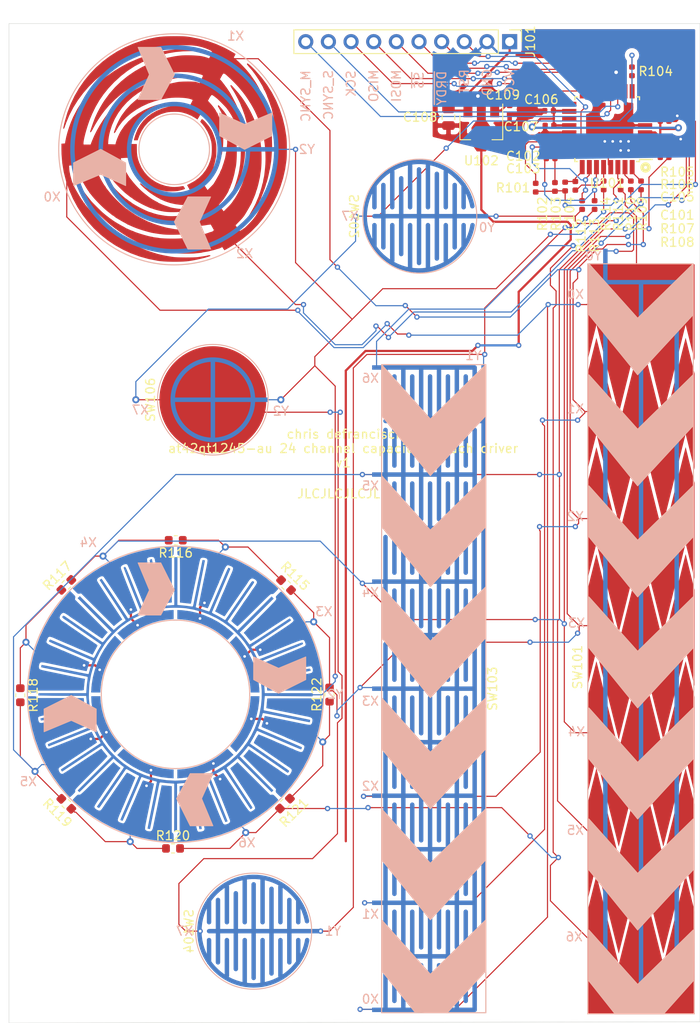
<source format=kicad_pcb>
(kicad_pcb (version 20211014) (generator pcbnew)
  (layers (0 "F.Cu" signal) (31 "B.Cu" signal) (34 "B.Paste" user) (35 "F.Paste" user) (36 "B.SilkS" user "B.Silkscreen") (37 "F.SilkS" user "F.Silkscreen") (38 "B.Mask" user) (39 "F.Mask" user) (44 "Edge.Cuts" user))
  (net 0 "")
  (net 1 "GND")
  (net 2 "VCC")
  (net 3 "/Cs0")
  (net 4 "/Ry0")
  (net 5 "/Cs1")
  (net 6 "/Ry1")
  (net 7 "/Cs2")
  (net 8 "/Ry2")
  (net 9 "/M_SYNC")
  (net 10 "/S_SYNC")
  (net 11 "/SCK")
  (net 12 "/MISO")
  (net 13 "/MOSI")
  (net 14 "/~{SS}")
  (net 15 "/~{DRDY}")
  (net 16 "/RST")
  (net 17 "/Rx0")
  (net 18 "/Rx7")
  (net 19 "/X7")
  (net 20 "/Rx6")
  (net 21 "/X6")
  (net 22 "/Rx5")
  (net 23 "/X5")
  (net 24 "/Rx4")
  (net 25 "/X4")
  (net 26 "/Rx3")
  (net 27 "/X3")
  (net 28 "/Rx2")
  (net 29 "/X2")
  (net 30 "/Rx1")
  (net 31 "/X1")
  (net 32 "/X0")
  (net 33 "/Y0")
  (net 34 "/Y1")
  (net 35 "/Y2")
  (net 38 "/R_INTERP_1")
  (net 39 "/R_INTERP_2")
  (net 40 "/R_INTERP_3")
  (net 41 "/R_INTERP_4")
  (net 42 "+5V")
  (footprint "Button_Slider_Capacitive:Slider_Flooded_H12mm_W84mm_7pos" (layer "F.Cu") (at 195.326 109.855 -90)
    (fp_text reference "SW101")
    (fp_text value "Slider_7pos")
  )
  (footprint "Resistor_SMD:R_0603_1608Metric" (layer "F.Cu") (at 155.526153 102.313153 -45)
    (fp_text reference "R115")
    (fp_text value "10")
  )
  (footprint "Resistor_SMD:R_0603_1608Metric" (layer "F.Cu") (at 143.1545 97.282 180)
    (fp_text reference "R116")
    (fp_text value "10")
  )
  (footprint "Resistor_SMD:R_0603_1608Metric" (layer "F.Cu") (at 130.888153 102.283847 45)
    (fp_text reference "R117")
    (fp_text value "10")
  )
  (footprint "Resistor_SMD:R_0603_1608Metric" (layer "F.Cu") (at 125.73 114.6555 -90)
    (fp_text reference "R118")
    (fp_text value "10")
  )
  (footprint "Resistor_SMD:R_0603_1608Metric" (layer "F.Cu") (at 130.888153 126.824153 135)
    (fp_text reference "R119")
    (fp_text value "10")
  )
  (footprint "Resistor_SMD:R_0603_1608Metric" (layer "F.Cu") (at 142.8495 131.826)
    (fp_text reference "R120")
    (fp_text value "10")
  )
  (footprint "Resistor_SMD:R_0603_1608Metric" (layer "F.Cu") (at 155.399153 126.794847 -135)
    (fp_text reference "R121")
    (fp_text value "10")
  )
  (footprint "Resistor_SMD:R_0603_1608Metric" (layer "F.Cu") (at 160.401 114.5795 90)
    (fp_text reference "R122")
    (fp_text value "10")
  )
  (footprint "Button_Slider_Capacitive:Wheel_Flooded_R13mm" (layer "F.Cu") (at 143.002 53.467 90)
    (fp_text reference "SW105" hide)
    (fp_text value "Wheel_3pos" hide)
  )
  (footprint "Resistor_SMD:R_0402_1005Metric" (layer "F.Cu") (at 191.135 57.508 90)
    (fp_text reference "R114")
    (fp_text value "1k")
  )
  (footprint "Capacitor_SMD:C_0402_1005Metric" (layer "F.Cu") (at 185.062 50.8)
    (fp_text reference "C107")
    (fp_text value "0.1u")
  )
  (footprint "Capacitor_SMD:C_0402_1005Metric" (layer "F.Cu") (at 197.889 52.07)
    (fp_text reference "C101")
    (fp_text value "0.1u")
  )
  (footprint "Capacitor_SMD:C_0402_1005Metric" (layer "F.Cu") (at 185.189 53.213)
    (fp_text reference "C102")
    (fp_text value "4.7nF")
  )
  (footprint "Capacitor_SMD:C_0402_1005Metric" (layer "F.Cu") (at 185.189 54.483)
    (fp_text reference "C103")
    (fp_text value "4.7nF")
  )
  (footprint "Capacitor_SMD:C_0402_1005Metric" (layer "F.Cu") (at 187.96 57.554 90)
    (fp_text reference "C104")
    (fp_text value "4.7nF")
  )
  (footprint "Resistor_SMD:R_0402_1005Metric" (layer "F.Cu") (at 183.515 57.762 90)
    (fp_text reference "R101")
    (fp_text value "1Meg")
  )
  (footprint "Resistor_SMD:R_0402_1005Metric" (layer "F.Cu") (at 185.674 57.681 90)
    (fp_text reference "R102")
    (fp_text value "1Meg")
  )
  (footprint "Resistor_SMD:R_0402_1005Metric" (layer "F.Cu") (at 186.817 57.635 90)
    (fp_text reference "R103")
    (fp_text value "1Meg")
  )
  (footprint "Resistor_SMD:R_0402_1005Metric" (layer "F.Cu") (at 194.31 44.727 -90)
    (fp_text reference "R104")
    (fp_text value "1k")
  )
  (footprint "Resistor_SMD:R_0402_1005Metric" (layer "F.Cu") (at 197.889 48.006 180)
    (fp_text reference "R105")
    (fp_text value "1k")
  )
  (footprint "Resistor_SMD:R_0402_1005Metric" (layer "F.Cu") (at 197.889 49.149 180)
    (fp_text reference "R106")
    (fp_text value "1k")
  )
  (footprint "Resistor_SMD:R_0402_1005Metric" (layer "F.Cu") (at 197.97 53.213 180)
    (fp_text reference "R107")
    (fp_text value "1k")
  )
  (footprint "Resistor_SMD:R_0402_1005Metric" (layer "F.Cu") (at 197.97 54.356 180)
    (fp_text reference "R108")
    (fp_text value "1k")
  )
  (footprint "Resistor_SMD:R_0402_1005Metric" (layer "F.Cu") (at 195.326 57.508 90)
    (fp_text reference "R109")
    (fp_text value "1k")
  )
  (footprint "Resistor_SMD:R_0402_1005Metric" (layer "F.Cu") (at 194.183 57.508 90)
    (fp_text reference "R110")
    (fp_text value "1k")
  )
  (footprint "Resistor_SMD:R_0402_1005Metric" (layer "F.Cu") (at 193.04 57.508 90)
    (fp_text reference "R111")
    (fp_text value "1k")
  )
  (footprint "Resistor_SMD:R_0402_1005Metric" (layer "F.Cu") (at 188.722 59.713 90)
    (fp_text reference "R112")
    (fp_text value "1k")
  )
  (footprint "Resistor_SMD:R_0402_1005Metric" (layer "F.Cu") (at 190.119 59.713 90)
    (fp_text reference "R113")
    (fp_text value "1k")
  )
  (footprint "Package_TO_SOT_SMD:SOT-89-3" (layer "F.Cu") (at 177.419 50.6095 -90)
    (fp_text reference "U102")
    (fp_text value "UTC78L05_SOT89")
  )
  (footprint "Connector_PinHeader_2.54mm:PinHeader_1x10_P2.54mm_Vertical" (layer "F.Cu") (at 180.594 41.402 -90)
    (fp_text reference "J101")
    (fp_text value "Conn_01x10")
  )
  (footprint "Capacitor_SMD:C_0805_2012Metric" (layer "F.Cu") (at 173.736 49.8625 -90)
    (fp_text reference "C108")
    (fp_text value "0.33u")
  )
  (footprint "Capacitor_SMD:C_0402_1005Metric" (layer "F.Cu") (at 180.594 49.045 -90)
    (fp_text reference "C109")
    (fp_text value "0.1u")
  )
  (footprint "Capacitor_SMD:C_0402_1005Metric" (layer "F.Cu") (at 197.97 50.292 180)
    (fp_text reference "C105")
    (fp_text value "0.1u")
  )
  (footprint "Capacitor_SMD:C_0402_1005Metric" (layer "F.Cu") (at 185.016 49.149)
    (fp_text reference "C106")
    (fp_text value "0.1u")
  )
  (footprint "Package_QFP:TQFP-32_7x7mm_P0.8mm" (layer "F.Cu") (at 191.530097 51.210198 180)
    (fp_text reference "U101")
    (fp_text value "AT42QT1245-AU")
  )
  (footprint "Button_Slider_Capacitive:Button_Interleaved_D12mm_P0.5mm" (layer "B.Cu") (at 170.434 60.96 -90)
    (fp_text reference "SW102")
    (fp_text value "Touchbutton")
  )
  (footprint "Button_Slider_Capacitive:Slider_Interleaved_H12mm_W72mm_7pos" (layer "B.Cu") (at 177.673 113.919 90)
    (fp_text reference "SW103")
    (fp_text value "Slider_7pos")
  )
  (footprint "Button_Slider_Capacitive:Button_Interleaved_D12mm_P0.5mm" (layer "B.Cu") (at 151.892 141.097 -90)
    (fp_text reference "SW104")
    (fp_text value "Touchbutton")
  )
  (footprint "Button_Slider_Capacitive:Button_Flooded_D12" (layer "B.Cu") (at 147.32 81.534 -90)
    (fp_text reference "SW106")
    (fp_text value "Touchbutton")
  )
  (footprint "Button_Slider_Capacitive:Wheel_Interleaved_R17mm" (layer "B.Cu") (at 143.129 114.554 90)
    (fp_text reference "SW107" hide)
    (fp_text value "Wheel_Interleaved_8pos" hide)
  )
  (gr_poly (pts (xy 189.484 128.524) (xy 189.484 134.239) (xy 194.945 140.97) (xy 201.168 134.239) (xy 201.168 128.524) (xy 194.945 134.62)) (layer "B.SilkS") (width 0.1) (fill solid))
  (gr_poly (pts (xy 189.484 140.97) (xy 189.484 146.685) (xy 192.405 150.368) (xy 197.866 150.368) (xy 201.168 146.685) (xy 201.168 140.97) (xy 194.945 147.066)) (layer "B.SilkS") (width 0.1) (fill solid))
  (gr_poly (pts (xy 143.002 45.085) (xy 141.478 42.037) (xy 138.938 42.037) (xy 140.208 45.085) (xy 138.938 47.879) (xy 141.478 47.879)) (layer "B.SilkS") (width 0.1) (fill solid))
  (gr_poly (pts (xy 131.445 114.681) (xy 128.397 116.205) (xy 128.397 118.745) (xy 131.445 117.475) (xy 134.239 118.745) (xy 134.239 116.205)) (layer "B.SilkS") (width 0.1) (fill solid))
  (gr_poly (pts (xy 154.686 114.427) (xy 157.734 112.903) (xy 157.734 110.363) (xy 154.686 111.633) (xy 151.892 110.363) (xy 151.892 112.903)) (layer "B.SilkS") (width 0.1) (fill solid))
  (gr_poly (pts (xy 143.256 126.238) (xy 144.78 129.286) (xy 147.32 129.286) (xy 146.05 126.238) (xy 147.32 123.444) (xy 144.78 123.444)) (layer "B.SilkS") (width 0.1) (fill solid))
  (gr_poly (pts (xy 143.002 102.87) (xy 141.478 99.822) (xy 138.938 99.822) (xy 140.208 102.87) (xy 138.938 105.664) (xy 141.478 105.664)) (layer "B.SilkS") (width 0.1) (fill solid))
  (gr_line (start 166.243 77.597) (end 177.927 77.597) (layer "B.SilkS") (width 0.12))
  (gr_line (start 166.243 150.241) (end 166.243 77.597) (layer "B.SilkS") (width 0.12))
  (gr_line (start 189.484 66.294) (end 201.168 66.294) (layer "B.SilkS") (width 0.12))
  (gr_poly (pts (xy 166.243 127.381) (xy 166.243 133.096) (xy 171.704 139.827) (xy 177.927 133.096) (xy 177.927 127.381) (xy 171.704 133.477)) (layer "B.SilkS") (width 0.1) (fill solid))
  (gr_circle (center 147.32 81.534) (end 151.638 77.089) (layer "B.SilkS") (width 0.12) (fill none))
  (gr_poly (pts (xy 189.484 116.078) (xy 189.484 121.793) (xy 194.945 128.524) (xy 201.168 121.793) (xy 201.168 116.078) (xy 194.945 122.174)) (layer "B.SilkS") (width 0.1) (fill solid))
  (gr_circle (center 143.129 114.554) (end 147.447 107.442) (layer "B.SilkS") (width 0.12) (fill none))
  (gr_line (start 201.295 150.368) (end 189.357 150.368) (layer "B.SilkS") (width 0.12))
  (gr_poly (pts (xy 150.876 53.467) (xy 153.924 51.943) (xy 153.924 49.403) (xy 150.876 50.673) (xy 148.082 49.403) (xy 148.082 51.943)) (layer "B.SilkS") (width 0.1) (fill solid))
  (gr_poly (pts (xy 166.243 102.489) (xy 166.243 108.204) (xy 171.704 114.935) (xy 177.927 108.204) (xy 177.927 102.489) (xy 171.704 108.585)) (layer "B.SilkS") (width 0.1) (fill solid))
  (gr_poly (pts (xy 189.484 103.632) (xy 189.484 109.347) (xy 194.945 116.078) (xy 201.168 109.347) (xy 201.168 103.632) (xy 194.945 109.728)) (layer "B.SilkS") (width 0.1) (fill solid))
  (gr_poly (pts (xy 143.002 61.595) (xy 144.526 64.643) (xy 147.066 64.643) (xy 145.796 61.595) (xy 147.066 58.801) (xy 144.526 58.801)) (layer "B.SilkS") (width 0.1) (fill solid))
  (gr_poly (pts (xy 166.243 139.827) (xy 166.243 145.542) (xy 169.926 150.114) (xy 173.609 150.241) (xy 177.927 145.542) (xy 177.927 139.827) (xy 171.704 145.923)) (layer "B.SilkS") (width 0.1) (fill solid))
  (gr_circle (center 143.129 114.554) (end 156.464 104.648) (layer "B.SilkS") (width 0.12) (fill none))
  (gr_line (start 201.168 66.294) (end 201.295 150.368) (layer "B.SilkS") (width 0.12))
  (gr_poly (pts (xy 189.484 91.186) (xy 189.484 96.901) (xy 194.945 103.632) (xy 201.168 96.901) (xy 201.168 91.186) (xy 194.945 97.282)) (layer "B.SilkS") (width 0.1) (fill solid))
  (gr_circle (center 170.519228 60.96) (end 176.488228 58.674) (layer "B.SilkS") (width 0.12) (fill none))
  (gr_circle (center 151.892 141.097) (end 156.972 137.033) (layer "B.SilkS") (width 0.12) (fill none))
  (gr_poly (pts (xy 134.747 53.467) (xy 131.699 54.991) (xy 131.699 57.531) (xy 134.747 56.261) (xy 137.541 57.531) (xy 137.541 54.991)) (layer "B.SilkS") (width 0.1) (fill solid))
  (gr_poly (pts (xy 166.243 114.935) (xy 166.243 120.65) (xy 171.704 127.381) (xy 177.927 120.65) (xy 177.927 114.935) (xy 171.704 121.031)) (layer "B.SilkS") (width 0.1) (fill solid))
  (gr_poly (pts (xy 166.243 77.597) (xy 166.243 83.312) (xy 171.704 90.043) (xy 177.927 83.312) (xy 177.927 77.597) (xy 171.704 83.693)) (layer "B.SilkS") (width 0.1) (fill solid))
  (gr_line (start 177.927 150.241) (end 166.243 150.241) (layer "B.SilkS") (width 0.12))
  (gr_poly (pts (xy 166.243 90.043) (xy 166.243 95.758) (xy 171.704 102.489) (xy 177.927 95.758) (xy 177.927 90.043) (xy 171.704 96.139)) (layer "B.SilkS") (width 0.1) (fill solid))
  (gr_line (start 177.927 77.724) (end 177.927 150.241) (layer "B.SilkS") (width 0.12))
  (gr_line (start 189.357 150.368) (end 189.357 66.294) (layer "B.SilkS") (width 0.12))
  (gr_circle (center 142.983608 53.467) (end 145.650608 50.546) (layer "B.SilkS") (width 0.12) (fill none))
  (gr_poly (pts (xy 189.484 78.74) (xy 189.484 84.455) (xy 194.945 91.186) (xy 201.168 84.455) (xy 201.168 78.74) (xy 194.945 84.836)) (layer "B.SilkS") (width 0.1) (fill solid))
  (gr_circle (center 142.983608 53.467) (end 152.4 44.577) (layer "B.SilkS") (width 0.12) (fill none))
  (gr_poly (pts (xy 189.484 66.294) (xy 189.484 72.009) (xy 194.945 78.74) (xy 201.168 72.009) (xy 201.168 66.294) (xy 194.945 72.39)) (layer "B.SilkS") (width 0.1) (fill solid))
  (gr_circle (center 195.834 55.499) (end 196.013605 55.499) (layer "F.SilkS") (width 0.4) (fill none))
  (gr_line (start 124.46 39.37) (end 201.93 39.37) (layer "Edge.Cuts") (width 0.05))
  (gr_line (start 124.46 151.384) (end 124.46 39.37) (layer "Edge.Cuts") (width 0.05))
  (gr_line (start 201.93 39.37) (end 201.93 151.257) (layer "Edge.Cuts") (width 0.05))
  (gr_line (start 201.93 151.257) (end 124.46 151.384) (layer "Edge.Cuts") (width 0.05))
  (gr_text "~{DRDY}" (at 172.974 46.609 90) (layer "B.SilkS") (effects (font (size 1 1)) (justify mirror)))
  (gr_text "Y2" (at 154.94 82.804) (layer "B.SilkS") (effects (font (size 1 1)) (justify mirror)))
  (gr_text "X3" (at 188.087 106.553) (layer "B.SilkS") (effects (font (size 1 1)) (justify mirror)))
  (gr_text "VCC" (at 180.594 45.974 90) (layer "B.SilkS") (effects (font (size 1 1)) (justify mirror)))
  (gr_text "MISO" (at 165.354 46.355 90) (layer "B.SilkS") (effects (font (size 1 1)) (justify mirror)))
  (gr_text "Y0" (at 189.992 65.405) (layer "B.SilkS") (effects (font (size 1 1)) (justify mirror)))
  (gr_text "X4" (at 133.35 97.536) (layer "B.SilkS") (effects (font (size 1 1)) (justify mirror)))
  (gr_text "SCK" (at 162.814 46.101 90) (layer "B.SilkS") (effects (font (size 1 1)) (justify mirror)))
  (gr_text "MOSI" (at 167.894 46.355 90) (layer "B.SilkS") (effects (font (size 1 1)) (justify mirror)))
  (gr_text "X7" (at 162.687 60.96) (layer "B.SilkS") (effects (font (size 1 1)) (justify mirror)))
  (gr_text "X0" (at 129.286 58.801) (layer "B.SilkS") (effects (font (size 1 1)) (justify mirror)))
  (gr_text "X2" (at 164.973 124.841) (layer "B.SilkS") (effects (font (size 1 1)) (justify mirror)))
  (gr_text "X1" (at 149.86 40.767) (layer "B.SilkS") (effects (font (size 1 1)) (justify mirror)))
  (gr_text "X6" (at 151.13 131.191) (layer "B.SilkS") (effects (font (size 1 1)) (justify mirror)))
  (gr_text "X5" (at 187.96 129.794) (layer "B.SilkS") (effects (font (size 1 1)) (justify mirror)))
  (gr_text "X7" (at 139.192 82.677) (layer "B.SilkS") (effects (font (size 1 1)) (justify mirror)))
  (gr_text "M_SYNC" (at 157.734 47.498 90) (layer "B.SilkS") (effects (font (size 1 1)) (justify mirror)))
  (gr_text "S_SYNC" (at 160.274 47.371 90) (layer "B.SilkS") (effects (font (size 1 1)) (justify mirror)))
  (gr_text "X6" (at 187.833 141.732) (layer "B.SilkS") (effects (font (size 1 1)) (justify mirror)))
  (gr_text "Y1" (at 160.782 141.097) (layer "B.SilkS") (effects (font (size 1 1)) (justify mirror)))
  (gr_text "X4" (at 188.087 118.745) (layer "B.SilkS") (effects (font (size 1 1)) (justify mirror)))
  (gr_text "X5" (at 164.973 91.186) (layer "B.SilkS") (effects (font (size 1 1)) (justify mirror)))
  (gr_text "X1" (at 187.96 82.55) (layer "B.SilkS") (effects (font (size 1 1)) (justify mirror)))
  (gr_text "X0" (at 164.973 148.717) (layer "B.SilkS") (effects (font (size 1 1)) (justify mirror)))
  (gr_text "X5" (at 126.619 124.333) (layer "B.SilkS") (effects (font (size 1 1)) (justify mirror)))
  (gr_text "~{SS}" (at 170.434 45.72 90) (layer "B.SilkS") (effects (font (size 1 1)) (justify mirror)))
  (gr_text "X0" (at 187.96 69.723) (layer "B.SilkS") (effects (font (size 1 1)) (justify mirror)))
  (gr_text "Y2" (at 157.861 53.467) (layer "B.SilkS") (effects (font (size 1 1)) (justify mirror)))
  (gr_text "X4" (at 164.973 103.124) (layer "B.SilkS") (effects (font (size 1 1)) (justify mirror)))
  (gr_text "X2" (at 150.876 65.151) (layer "B.SilkS") (effects (font (size 1 1)) (justify mirror)))
  (gr_text "X1" (at 164.973 139.192) (layer "B.SilkS") (effects (font (size 1 1)) (justify mirror)))
  (gr_text "Y0" (at 178.054 62.23) (layer "B.SilkS") (effects (font (size 1 1)) (justify mirror)))
  (gr_text "RST" (at 175.514 45.847 90) (layer "B.SilkS") (effects (font (size 1 1)) (justify mirror)))
  (gr_text "Y1" (at 176.53 76.581) (layer "B.SilkS") (effects (font (size 1 1)) (justify mirror)))
  (gr_text "GND" (at 178.054 45.974 90) (layer "B.SilkS") (effects (font (size 1 1)) (justify mirror)))
  (gr_text "X3" (at 164.973 115.316) (layer "B.SilkS") (effects (font (size 1 1)) (justify mirror)))
  (gr_text "X7" (at 144.145 141.097) (layer "B.SilkS") (effects (font (size 1 1)) (justify mirror)))
  (gr_text "X2" (at 187.96 94.615) (layer "B.SilkS") (effects (font (size 1 1)) (justify mirror)))
  (gr_text "X6" (at 164.973 79.121) (layer "B.SilkS") (effects (font (size 1 1)) (justify mirror)))
  (gr_text "X3" (at 159.766 105.283) (layer "B.SilkS") (effects (font (size 1 1)) (justify mirror)))
  (gr_text "Y2" (at 161.036 114.554) (layer "B.SilkS") (effects (font (size 1 1)) (justify mirror)))
  (gr_text "chris defrancisci\nat42qt1245-au 24 channel capacitive touch driver\nv1" (at 161.925 86.995) (layer "F.SilkS") (effects (font (size 1 1))))
  (gr_text "JLCJLCJLCJLC" (at 161.925 92.075) (layer "F.SilkS") (effects (font (size 1 1))))
  (segment (start 180.594 49.53) (end 184.15 49.53) (width 0.25) (layer "F.Cu") (net 1))
  (segment (start 199.263 50.292) (end 199.39 50.165) (width 0.25) (layer "F.Cu") (net 1))
  (segment (start 199.39 50.165) (end 199.39 49.7125) (width 0.25) (layer "F.Cu") (net 1))
  (segment (start 192.931997 45.231001) (end 192.531998 44.831002) (width 0.25) (layer "F.Cu") (net 1))
  (segment (start 177.419 53.2765) (end 177.419 60.234002) (width 0.25) (layer "F.Cu") (net 1))
  (segment (start 187.080999 63.961999) (end 181.61 69.432998) (width 0.25) (layer "F.Cu") (net 1))
  (segment (start 177.419 50.5333) (end 177.419 49.276) (width 0.25) (layer "F.Cu") (net 1))
  (segment (start 187.441995 63.601003) (end 187.080999 63.961999) (width 0.25) (layer "F.Cu") (net 1))
  (segment (start 195.766 50.781) (end 195.18 50.781) (width 0.25) (layer "F.Cu") (net 1))
  (segment (start 183.896 51.943) (end 179.959 51.943) (width 0.25) (layer "F.Cu") (net 1))
  (segment (start 193.516 51.181) (end 194.716 52.381) (width 0.25) (layer "F.Cu") (net 1))
  (segment (start 178.769 51.943) (end 179.364 51.348) (width 0.25) (layer "F.Cu") (net 1))
  (segment (start 177.419 49.276) (end 177.419 47.879) (width 0.25) (layer "F.Cu") (net 1))
  (segment (start 176.41051 76.06549) (end 164.431073 76.065491) (width 0.25) (layer "F.Cu") (net 1))
  (segment (start 184.577 50.8) (end 184.577 51.22) (width 0.25) (layer "F.Cu") (net 1))
  (segment (start 177.038 75.438) (end 176.41051 76.06549) (width 0.25) (layer "F.Cu") (net 1))
  (segment (start 193.516 45.815004) (end 192.931997 45.231001) (width 0.25) (layer "F.Cu") (net 1))
  (segment (start 177.419 60.234002) (end 178.769999 61.585001) (width 0.25) (layer "F.Cu") (net 1))
  (segment (start 184.577 51.22) (end 184.577 51.262) (width 0.25) (layer "F.Cu") (net 1))
  (segment (start 187.441995 61.929999) (end 187.441995 63.601003) (width 0.25) (layer "F.Cu") (net 1))
  (segment (start 179.959 51.943) (end 179.364 51.348) (width 0.25) (layer "F.Cu") (net 1))
  (segment (start 184.938 51.581) (end 186.216 51.581) (width 0.25) (layer "F.Cu") (net 1))
  (segment (start 184.15 49.53) (end 184.531 49.149) (width 0.25) (layer "F.Cu") (net 1))
  (segment (start 195.167 50.768) (end 193.516 50.768) (width 0.25) (layer "F.Cu") (net 1))
  (segment (start 186.216 51.581) (end 187.266 51.581) (width 0.25) (layer "F.Cu") (net 1))
  (segment (start 178.769999 61.585001) (end 187.096997 61.585001) (width 0.25) (layer "F.Cu") (net 1))
  (segment (start 184.577 51.22) (end 184.938 51.581) (width 0.25) (layer "F.Cu") (net 1))
  (segment (start 173.736 50.8) (end 173.99 50.8) (width 0.25) (layer "F.Cu") (net 1))
  (segment (start 193.516 46.931) (end 193.516 50.768) (width 0.25) (layer "F.Cu") (net 1))
  (segment (start 181.61 69.432998) (end 181.61 75.438) (width 0.25) (layer "F.Cu") (net 1))
  (segment (start 164.431073 76.065491) (end 162.224501 78.272063) (width 0.25) (layer "F.Cu") (net 1))
  (segment (start 179.364 51.348) (end 180.594 50.118) (width 0.25) (layer "F.Cu") (net 1))
  (segment (start 193.516 50.768) (end 193.516 51.181) (width 0.25) (layer "F.Cu") (net 1))
  (segment (start 195.18 50.781) (end 195.167 50.768) (width 0.25) (layer "F.Cu") (net 1))
  (segment (start 177.419 51.943) (end 177.419 50.5333) (width 0.25) (layer "F.Cu") (net 1))
  (segment (start 180.594 50.118) (end 180.594 49.925) (width 0.25) (layer "F.Cu") (net 1))
  (segment (start 194.716 52.381) (end 195.766 52.381) (width 0.25) (layer "F.Cu") (net 1))
  (segment (start 180.594 49.925) (end 180.594 49.53) (width 0.25) (layer "F.Cu") (net 1))
  (segment (start 193.516 46.931) (end 193.516 45.815004) (width 0.25) (layer "F.Cu") (net 1))
  (segment (start 198.455 50.292) (end 199.263 50.292) (width 0.25) (layer "F.Cu") (net 1))
  (segment (start 162.224501 78.272063) (end 162.224501 131.018499) (width 0.25) (layer "F.Cu") (net 1))
  (segment (start 187.096997 61.585001) (end 187.441995 61.929999) (width 0.25) (layer "F.Cu") (net 1))
  (segment (start 184.577 51.262) (end 183.896 51.943) (width 0.25) (layer "F.Cu") (net 1))
  (segment (start 177.419 47.879) (end 177.038 47.498) (width 0.25) (layer "F.Cu") (net 1))
  (segment (start 177.419 51.943) (end 178.769 51.943) (width 0.25) (layer "F.Cu") (net 1))
  (segment (start 177.419 53.2765) (end 177.419 51.943) (width 0.25) (layer "F.Cu") (net 1))
  (via (at 191.262 52.578) (size 0.6) (drill 0.3) (layers "F.Cu" "B.Cu") (net 1))
  (via (at 199.771 52.324) (size 0.6) (drill 0.3) (layers "F.Cu" "B.Cu") (net 1))
  (via (at 193.04 52.578) (size 0.6) (drill 0.3) (layers "F.Cu" "B.Cu") (net 1))
  (via (at 192.151 52.578) (size 0.6) (drill 0.3) (layers "F.Cu" "B.Cu") (net 1))
  (via (at 193.04 53.594) (size 0.6) (drill 0.3) (layers "F.Cu" "B.Cu") (net 1))
  (via (at 193.929 52.578) (size 0.6) (drill 0.3) (layers "F.Cu" "B.Cu") (net 1))
  (via (at 177.038 75.438) (size 0.6) (drill 0.3) (layers "F.Cu" "B.Cu") (net 1))
  (via (at 193.929 53.594) (size 0.6) (drill 0.3) (layers "F.Cu" "B.Cu") (net 1))
  (via (at 192.531998 44.831002) (size 0.8) (drill 0.4) (layers "F.Cu" "B.Cu") (net 1))
  (via (at 177.038 47.498) (size 0.8) (drill 0.4) (layers "F.Cu" "B.Cu") (net 1))
  (via (at 181.61 75.438) (size 0.6) (drill 0.3) (layers "F.Cu" "B.Cu") (net 1))
  (via (at 199.39 49.7125) (size 0.6) (drill 0.3) (layers "F.Cu" "B.Cu") (net 1))
  (segment (start 177.038 47.498) (end 174.244 47.498) (width 0.25) (layer "B.Cu") (net 1))
  (segment (start 179.31649 42.66449) (end 190.365486 42.66449) (width 0.25) (layer "B.Cu") (net 1))
  (segment (start 174.244 47.498) (end 173.745999 46.999999) (width 0.25) (layer "B.Cu") (net 1))
  (segment (start 192.131999 44.431003) (end 192.531998 44.831002) (width 0.25) (layer "B.Cu") (net 1))
  (segment (start 178.054 41.402) (end 179.31649 42.66449) (width 0.25) (layer "B.Cu") (net 1))
  (segment (start 181.61 75.438) (end 177.038 75.438) (width 0.25) (layer "B.Cu") (net 1))
  (segment (start 173.745999 46.999999) (end 173.745999 45.710001) (width 0.25) (layer "B.Cu") (net 1))
  (segment (start 190.365486 42.66449) (end 192.131999 44.431003) (width 0.25) (layer "B.Cu") (net 1))
  (segment (start 173.745999 45.710001) (end 177.204001 42.251999) (width 0.25) (layer "B.Cu") (net 1))
  (segment (start 177.204001 42.251999) (end 178.054 41.402) (width 0.25) (layer "B.Cu") (net 1))
  (segment (start 173.9405 49.1295) (end 173.736 48.925) (width 0.25) (layer "F.Cu") (net 2))
  (segment (start 180.594 42.546071) (end 175.919 47.221071) (width 0.25) (layer "F.Cu") (net 2))
  (segment (start 180.594 41.402) (end 180.594 42.546071) (width 0.25) (layer "F.Cu") (net 2))
  (segment (start 175.919 47.221071) (end 175.919 48.1295) (width 0.25) (layer "F.Cu") (net 2))
  (segment (start 175.919 49.1295) (end 173.9405 49.1295) (width 0.25) (layer "F.Cu") (net 2))
  (segment (start 175.919 48.1295) (end 175.919 49.1295) (width 0.25) (layer "F.Cu") (net 2))
  (segment (start 183.515 56.261) (end 183.515 57.277) (width 0.127) (layer "F.Cu") (net 3))
  (segment (start 182.372 55.118) (end 183.515 56.261) (width 0.127) (layer "F.Cu") (net 3))
  (segment (start 182.372 52.959) (end 182.372 55.118) (width 0.127) (layer "F.Cu") (net 3))
  (segment (start 182.70151 52.62949) (end 182.372 52.959) (width 0.127) (layer "F.Cu") (net 3))
  (segment (start 185.674 53.213) (end 185.09049 52.62949) (width 0.127) (layer "F.Cu") (net 3))
  (segment (start 185.09049 52.62949) (end 182.70151 52.62949) (width 0.127) (layer "F.Cu") (net 3))
  (segment (start 187.266 53.181) (end 185.706 53.181) (width 0.127) (layer "F.Cu") (net 3))
  (segment (start 185.706 53.181) (end 185.674 53.213) (width 0.127) (layer "F.Cu") (net 3))
  (segment (start 183.134 53.213) (end 184.704 53.213) (width 0.127) (layer "F.Cu") (net 4))
  (segment (start 189.103 58.039) (end 188.722 58.42) (width 0.127) (layer "F.Cu") (net 4))
  (segment (start 188.722 58.42) (end 188.722 59.228) (width 0.127) (layer "F.Cu") (net 4))
  (segment (start 189.516 55.431) (end 189.516 56.358) (width 0.127) (layer "F.Cu") (net 4))
  (segment (start 189.516 56.358) (end 189.103 56.771) (width 0.127) (layer "F.Cu") (net 4))
  (segment (start 189.103 56.771) (end 189.103 56.896) (width 0.127) (layer "F.Cu") (net 4))
  (via (at 183.134 53.213) (size 0.6) (drill 0.3) (layers "F.Cu" "B.Cu") (net 4))
  (via (at 189.103 58.039) (size 0.6) (drill 0.3) (layers "F.Cu" "B.Cu") (net 4))
  (via (at 189.103 56.896) (size 0.6) (drill 0.3) (layers "F.Cu" "B.Cu") (net 4))
  (segment (start 183.769 55.626) (end 183.134 54.991) (width 0.127) (layer "B.Cu") (net 4))
  (segment (start 183.134 54.991) (end 183.134 53.213) (width 0.127) (layer "B.Cu") (net 4))
  (segment (start 187.325 55.626) (end 183.769 55.626) (width 0.127) (layer "B.Cu") (net 4))
  (segment (start 188.595 56.896) (end 187.325 55.626) (width 0.127) (layer "B.Cu") (net 4))
  (segment (start 189.103 56.896) (end 188.595 56.896) (width 0.127) (layer "B.Cu") (net 4))
  (segment (start 189.103 56.896) (end 189.103 58.039) (width 0.127) (layer "B.Cu") (net 4))
  (segment (start 185.674 57.196) (end 185.674 54.483) (width 0.127) (layer "F.Cu") (net 5))
  (segment (start 187.266 53.981) (end 186.176 53.981) (width 0.127) (layer "F.Cu") (net 5))
  (segment (start 186.176 53.981) (end 185.674 54.483) (width 0.127) (layer "F.Cu") (net 5))
  (segment (start 184.531 57.404) (end 184.531 54.656) (width 0.127) (layer "F.Cu") (net 6))
  (segment (start 184.531 54.656) (end 184.704 54.483) (width 0.127) (layer "F.Cu") (net 6))
  (segment (start 190.119 58.039) (end 190.119 59.101) (width 0.127) (layer "F.Cu") (net 6))
  (segment (start 190.119 59.101) (end 190.246 59.228) (width 0.127) (layer "F.Cu") (net 6))
  (segment (start 190.316 55.431) (end 190.316 56.826) (width 0.127) (layer "F.Cu") (net 6))
  (segment (start 190.316 56.826) (end 190.119 57.023) (width 0.127) (layer "F.Cu") (net 6))
  (via (at 184.531 57.404) (size 0.6) (drill 0.3) (layers "F.Cu" "B.Cu") (net 6))
  (via (at 190.119 58.039) (size 0.6) (drill 0.3) (layers "F.Cu" "B.Cu") (net 6))
  (via (at 190.246 56.896) (size 0.6) (drill 0.3) (layers "F.Cu" "B.Cu") (net 6))
  (segment (start 184.531 58.547) (end 184.531 57.404) (width 0.127) (layer "B.Cu") (net 6))
  (segment (start 185.166 59.182) (end 184.531 58.547) (width 0.127) (layer "B.Cu") (net 6))
  (segment (start 188.976 59.182) (end 185.166 59.182) (width 0.127) (layer "B.Cu") (net 6))
  (segment (start 190.119 58.039) (end 188.976 59.182) (width 0.127) (layer "B.Cu") (net 6))
  (segment (start 190.119 57.023) (end 190.119 58.039) (width 0.127) (layer "B.Cu") (net 6))
  (segment (start 187.96 57.069) (end 186.898 57.069) (width 0.127) (layer "F.Cu") (net 7))
  (segment (start 186.898 57.069) (end 186.817 57.15) (width 0.127) (layer "F.Cu") (net 7))
  (segment (start 188.716 55.431) (end 188.716 55.956) (width 0.127) (layer "F.Cu") (net 7))
  (segment (start 188.716 55.956) (end 187.96 56.712) (width 0.127) (layer "F.Cu") (net 7))
  (segment (start 187.96 56.712) (end 187.96 57.069) (width 0.127) (layer "F.Cu") (net 7))
  (segment (start 191.135 57.023) (end 191.135 55.45) (width 0.127) (layer "F.Cu") (net 8))
  (segment (start 191.135 55.45) (end 191.116 55.431) (width 0.127) (layer "F.Cu") (net 8))
  (segment (start 191.135 57.023) (end 190.682501 57.475499) (width 0.127) (layer "F.Cu") (net 8))
  (segment (start 190.682501 57.475499) (end 188.650501 57.475499) (width 0.127) (layer "F.Cu") (net 8))
  (segment (start 188.650501 57.475499) (end 188.087 58.039) (width 0.127) (layer "F.Cu") (net 8))
  (segment (start 188.087 58.039) (end 187.96 58.039) (width 0.127) (layer "F.Cu") (net 8))
  (segment (start 191.916 46.931) (end 191.916 49.0745) (width 0.127) (layer "F.Cu") (net 9))
  (segment (start 191.916 49.0745) (end 191.516 49.4745) (width 0.127) (layer "F.Cu") (net 9))
  (via (at 191.516 49.4745) (size 0.6) (drill 0.3) (layers "F.Cu" "B.Cu") (net 9))
  (segment (start 191.2065 49.784) (end 176.403 49.784) (width 0.127) (layer "B.Cu") (net 9))
  (segment (start 157.734 41.402) (end 166.116 49.784) (width 0.127) (layer "B.Cu") (net 9))
  (segment (start 166.116 49.784) (end 176.403 49.784) (width 0.127) (layer "B.Cu") (net 9))
  (segment (start 191.516 49.4745) (end 191.2065 49.784) (width 0.127) (layer "B.Cu") (net 9))
  (segment (start 176.403 49.784) (end 176.575539 49.784) (width 0.127) (layer "B.Cu") (net 9))
  (segment (start 192.716 46.931) (end 192.716 48.698) (width 0.127) (layer "F.Cu") (net 10))
  (via (at 192.716 48.698) (size 0.6) (drill 0.3) (layers "F.Cu" "B.Cu") (net 10))
  (segment (start 192.659 48.641) (end 192.716 48.698) (width 0.127) (layer "B.Cu") (net 10))
  (segment (start 160.274 41.402) (end 168.148 49.276) (width 0.127) (layer "B.Cu") (net 10))
  (segment (start 191.389 48.641) (end 192.659 48.641) (width 0.127) (layer "B.Cu") (net 10))
  (segment (start 168.148 49.276) (end 190.754 49.276) (width 0.127) (layer "B.Cu") (net 10))
  (segment (start 190.754 49.276) (end 191.389 48.641) (width 0.127) (layer "B.Cu") (net 10))
  (segment (start 186.339 48.381) (end 184.059 46.101) (width 0.127) (layer "F.Cu") (net 11))
  (segment (start 184.059 46.101) (end 179.451 46.101) (width 0.127) (layer "F.Cu") (net 11))
  (segment (start 167.513 46.101) (end 162.814 41.402) (width 0.127) (layer "F.Cu") (net 11))
  (segment (start 187.266 48.381) (end 186.339 48.381) (width 0.127) (layer "F.Cu") (net 11))
  (segment (start 174.371 46.101) (end 167.513 46.101) (width 0.127) (layer "F.Cu") (net 11))
  (via (at 174.371 46.101) (size 0.6) (drill 0.3) (layers "F.Cu" "B.Cu") (net 11))
  (via (at 179.451 46.101) (size 0.6) (drill 0.3) (layers "F.Cu" "B.Cu") (net 11))
  (segment (start 179.451 46.101) (end 179.151001 46.400999) (width 0.127) (layer "B.Cu") (net 11))
  (segment (start 174.670999 46.400999) (end 174.371 46.101) (width 0.127) (layer "B.Cu") (net 11))
  (segment (start 179.151001 46.400999) (end 174.670999 46.400999) (width 0.127) (layer "B.Cu") (net 11))
  (segment (start 188.716 46.931) (end 185.615 46.931) (width 0.127) (layer "F.Cu") (net 12))
  (segment (start 169.4895 45.5375) (end 176.081376 45.5375) (width 0.127) (layer "F.Cu") (net 12))
  (segment (start 185.615 46.931) (end 184.219313 45.535313) (width 0.127) (layer "F.Cu") (net 12))
  (segment (start 176.094522 45.550646) (end 176.518786 45.550646) (width 0.127) (layer "F.Cu") (net 12))
  (segment (start 165.354 41.402) (end 169.4895 45.5375) (width 0.127) (layer "F.Cu") (net 12))
  (segment (start 184.219313 45.535313) (end 180.016687 45.535313) (width 0.127) (layer "F.Cu") (net 12))
  (segment (start 176.081376 45.5375) (end 176.094522 45.550646) (width 0.127) (layer "F.Cu") (net 12))
  (via (at 180.016687 45.535313) (size 0.6) (drill 0.3) (layers "F.Cu" "B.Cu") (net 12))
  (via (at 176.518786 45.550646) (size 0.6) (drill 0.3) (layers "F.Cu" "B.Cu") (net 12))
  (segment (start 180.016687 45.535313) (end 176.534119 45.535313) (width 0.127) (layer "B.Cu") (net 12))
  (segment (start 176.534119 45.535313) (end 176.518786 45.550646) (width 0.127) (layer "B.Cu") (net 12))
  (segment (start 171.434012 44.942012) (end 176.613736 44.942012) (width 0.127) (layer "F.Cu") (net 13))
  (segment (start 176.613736 44.942012) (end 177.038 44.942012) (width 0.127) (layer "F.Cu") (net 13))
  (segment (start 167.894 41.402) (end 171.434012 44.942012) (width 0.127) (layer "F.Cu") (net 13))
  (segment (start 188.344513 44.832513) (end 189.516 46.004) (width 0.127) (layer "F.Cu") (net 13))
  (segment (start 189.516 46.004) (end 189.516 46.931) (width 0.127) (layer "F.Cu") (net 13))
  (segment (start 179.197 44.831) (end 179.621264 44.831) (width 0.127) (layer "F.Cu") (net 13))
  (segment (start 179.621264 44.831) (end 179.622777 44.832513) (width 0.127) (layer "F.Cu") (net 13))
  (segment (start 179.622777 44.832513) (end 188.344513 44.832513) (width 0.127) (layer "F.Cu") (net 13))
  (via (at 177.038 44.942012) (size 0.6) (drill 0.3) (layers "F.Cu" "B.Cu") (net 13))
  (via (at 179.197 44.831) (size 0.6) (drill 0.3) (layers "F.Cu" "B.Cu") (net 13))
  (segment (start 179.197 44.831) (end 177.149012 44.831) (width 0.127) (layer "B.Cu") (net 13))
  (segment (start 177.149012 44.831) (end 177.038 44.942012) (width 0.127) (layer "B.Cu") (net 13))
  (segment (start 177.836567 44.378502) (end 178.035058 44.180011) (width 0.127) (layer "F.Cu") (net 14))
  (segment (start 180.522502 44.505502) (end 188.817502 44.505502) (width 0.127) (layer "F.Cu") (net 14))
  (segment (start 188.817502 44.505502) (end 190.316 46.004) (width 0.127) (layer "F.Cu") (net 14))
  (segment (start 170.434 41.402) (end 173.410502 44.378502) (width 0.127) (layer "F.Cu") (net 14))
  (segment (start 180.213 44.196) (end 180.522502 44.505502) (width 0.127) (layer "F.Cu") (net 14))
  (segment (start 173.410502 44.378502) (end 177.836567 44.378502) (width 0.127) (layer "F.Cu") (net 14))
  (segment (start 190.316 46.004) (end 190.316 46.931) (width 0.127) (layer "F.Cu") (net 14))
  (via (at 180.213 44.196) (size 0.6) (drill 0.3) (layers "F.Cu" "B.Cu") (net 14))
  (via (at 178.035058 44.180011) (size 0.6) (drill 0.3) (layers "F.Cu" "B.Cu") (net 14))
  (segment (start 178.051047 44.196) (end 178.035058 44.180011) (width 0.127) (layer "B.Cu") (net 14))
  (segment (start 180.213 44.196) (end 178.051047 44.196) (width 0.127) (layer "B.Cu") (net 14))
  (segment (start 175.387 43.815) (end 176.232736 43.815) (width 0.127) (layer "F.Cu") (net 15))
  (segment (start 191.116 46.004) (end 188.927 43.815) (width 0.127) (layer "F.Cu") (net 15))
  (segment (start 172.974 41.402) (end 175.387 43.815) (width 0.127) (layer "F.Cu") (net 15))
  (segment (start 176.232736 43.815) (end 176.657 43.815) (width 0.127) (layer "F.Cu") (net 15))
  (segment (start 191.116 46.931) (end 191.116 46.004) (width 0.127) (layer "F.Cu") (net 15))
  (segment (start 181.653264 43.815) (end 181.229 43.815) (width 0.127) (layer "F.Cu") (net 15))
  (segment (start 188.927 43.815) (end 181.653264 43.815) (width 0.127) (layer "F.Cu") (net 15))
  (via (at 176.657 43.815) (size 0.6) (drill 0.3) (layers "F.Cu" "B.Cu") (net 15))
  (via (at 181.229 43.815) (size 0.6) (drill 0.3) (layers "F.Cu" "B.Cu") (net 15))
  (segment (start 180.606237 43.616501) (end 177.279763 43.616501) (width 0.127) (layer "B.Cu") (net 15))
  (segment (start 181.229 43.815) (end 180.804736 43.815) (width 0.127) (layer "B.Cu") (net 15))
  (segment (start 177.081264 43.815) (end 176.657 43.815) (width 0.127) (layer "B.Cu") (net 15))
  (segment (start 177.279763 43.616501) (end 177.081264 43.815) (width 0.127) (layer "B.Cu") (net 15))
  (segment (start 180.804736 43.815) (end 180.606237 43.616501) (width 0.127) (layer "B.Cu") (net 15))
  (segment (start 191.601801 54.367499) (end 190.852499 54.367499) (width 0.127) (layer "F.Cu") (net 16))
  (segment (start 191.916 55.431) (end 191.654501 55.169501) (width 0.127) (layer "F.Cu") (net 16))
  (segment (start 188.595 49.22049) (end 189.103 48.71249) (width 0.127) (layer "F.Cu") (net 16))
  (segment (start 191.654501 54.420199) (end 191.601801 54.367499) (width 0.127) (layer "F.Cu") (net 16))
  (segment (start 190.852499 54.367499) (end 188.595 52.11) (width 0.127) (layer "F.Cu") (net 16))
  (segment (start 175.514 41.402) (end 177.165 43.053) (width 0.127) (layer "F.Cu") (net 16))
  (segment (start 188.595 52.11) (end 188.595 49.22049) (width 0.127) (layer "F.Cu") (net 16))
  (segment (start 191.654501 55.169501) (end 191.654501 54.420199) (width 0.127) (layer "F.Cu") (net 16))
  (segment (start 177.165 43.053) (end 178.181 43.053) (width 0.127) (layer "F.Cu") (net 16))
  (via (at 178.181 43.053) (size 0.6) (drill 0.3) (layers "F.Cu" "B.Cu") (net 16))
  (via (at 189.103 48.71249) (size 0.6) (drill 0.3) (layers "F.Cu" "B.Cu") (net 16))
  (segment (start 183.44351 43.053) (end 178.605264 43.053) (width 0.127) (layer "B.Cu") (net 16))
  (segment (start 178.605264 43.053) (end 178.181 43.053) (width 0.127) (layer "B.Cu") (net 16))
  (segment (start 189.103 48.71249) (end 183.44351 43.053) (width 0.127) (layer "B.Cu") (net 16))
  (segment (start 192.532 58.757752) (end 192.532 59.182016) (width 0.127) (layer "F.Cu") (net 17))
  (segment (start 192.24301 58.468762) (end 192.532 58.757752) (width 0.127) (layer "F.Cu") (net 17))
  (segment (start 192.24301 57.81999) (end 192.24301 58.468762) (width 0.127) (layer "F.Cu") (net 17))
  (segment (start 193.04 57.023) (end 192.24301 57.81999) (width 0.127) (layer "F.Cu") (net 17))
  (segment (start 186.817 59.436) (end 186.817 59.7455) (width 0.127) (layer "F.Cu") (net 17))
  (segment (start 186.817 58.515) (end 186.817 59.436) (width 0.127) (layer "F.Cu") (net 17))
  (segment (start 186.817 58.12) (end 186.817 58.515) (width 0.127) (layer "F.Cu") (net 17))
  (segment (start 192.716 55.431) (end 192.716 56.699) (width 0.127) (layer "F.Cu") (net 17))
  (segment (start 192.716 56.699) (end 193.04 57.023) (width 0.127) (layer "F.Cu") (net 17))
  (segment (start 186.817 58.12) (end 185.72 58.12) (width 0.127) (layer "F.Cu") (net 17))
  (segment (start 185.72 58.12) (end 185.674 58.166) (width 0.127) (layer "F.Cu") (net 17))
  (segment (start 185.674 58.166) (end 183.596 58.166) (width 0.127) (layer "F.Cu") (net 17))
  (segment (start 183.596 58.166) (end 183.515 58.247) (width 0.127) (layer "F.Cu") (net 17))
  (via (at 192.532 59.182016) (size 0.6) (drill 0.3) (layers "F.Cu" "B.Cu") (net 17))
  (via (at 186.817 59.7455) (size 0.6) (drill 0.3) (layers "F.Cu" "B.Cu") (net 17))
  (segment (start 192.232001 59.482015) (end 192.532 59.182016) (width 0.127) (layer "B.Cu") (net 17))
  (segment (start 186.817 59.7455) (end 191.968516 59.7455) (width 0.127) (layer "B.Cu") (net 17))
  (segment (start 191.968516 59.7455) (end 192.232001 59.482015) (width 0.127) (layer "B.Cu") (net 17))
  (segment (start 194.316 46.931) (end 194.316 45.218) (width 0.127) (layer "F.Cu") (net 18))
  (segment (start 194.316 45.218) (end 194.31 45.212) (width 0.127) (layer "F.Cu") (net 18))
  (segment (start 194.31 42.926) (end 194.31 44.242) (width 0.127) (layer "F.Cu") (net 19))
  (segment (start 145.892 141.097) (end 144.272 141.097) (width 0.127) (layer "F.Cu") (net 19))
  (segment (start 143.51 136.017) (end 143.51 135.763) (width 0.127) (layer "F.Cu") (net 19))
  (segment (start 158.496 132.969) (end 161.29 130.175) (width 0.127) (layer "F.Cu") (net 19))
  (segment (start 143.51 135.763) (end 146.304 132.969) (width 0.127) (layer "F.Cu") (net 19))
  (segment (start 143.51 140.335) (end 143.51 137.033) (width 0.127) (layer "F.Cu") (net 19))
  (segment (start 146.304 132.969) (end 158.496 132.969) (width 0.127) (layer "F.Cu") (net 19))
  (segment (start 148.717 82.931) (end 147.32 81.534) (width 0.127) (layer "F.Cu") (net 19))
  (segment (start 145.892 141.097) (end 145.892 141.097) (width 0.127) (layer "F.Cu") (net 19))
  (segment (start 165.862 60.96) (end 173.182001 53.639999) (width 0.127) (layer "F.Cu") (net 19))
  (segment (start 161.29 130.175) (end 161.29 119.761) (width 0.127) (layer "F.Cu") (net 19))
  (segment (start 161.36301 112.015028) (end 161.36301 83.16749) (width 0.127) (layer "F.Cu") (net 19))
  (segment (start 173.182001 53.639999) (end 173.482 53.34) (width 0.127) (layer "F.Cu") (net 19))
  (segment (start 161.36301 83.16749) (end 161.5995 82.931) (width 0.127) (layer "F.Cu") (net 19))
  (segment (start 143.51 137.033) (end 143.51 136.017) (width 0.127) (layer "F.Cu") (net 19))
  (segment (start 161.798001 117.237481) (end 161.798001 112.450019) (width 0.127) (layer "F.Cu") (net 19))
  (segment (start 144.272 141.097) (end 143.51 140.335) (width 0.127) (layer "F.Cu") (net 19))
  (segment (start 161.798001 112.450019) (end 161.36301 112.015028) (width 0.127) (layer "F.Cu") (net 19))
  (segment (start 160.4725 82.931) (end 148.717 82.931) (width 0.127) (layer "F.Cu") (net 19))
  (segment (start 161.29 119.761) (end 161.29 117.745482) (width 0.127) (layer "F.Cu") (net 19))
  (segment (start 161.29 117.745482) (end 161.798001 117.237481) (width 0.127) (layer "F.Cu") (net 19))
  (segment (start 163.322 60.96) (end 165.862 60.96) (width 0.127) (layer "F.Cu") (net 19))
  (segment (start 147.32 81.534) (end 138.684 81.534) (width 0.127) (layer "F.Cu") (net 19))
  (via (at 194.31 42.926) (size 0.6) (drill 0.3) (layers "F.Cu" "B.Cu") (net 19))
  (via (at 161.5995 82.931) (size 0.6) (drill 0.3) (layers "F.Cu" "B.Cu") (net 19))
  (via (at 145.892 141.097) (size 0.6) (drill 0.3) (layers "F.Cu" "B.Cu") (net 19))
  (via (at 163.322 60.96) (size 0.6) (drill 0.3) (layers "F.Cu" "B.Cu") (net 19))
  (via (at 173.482 53.34) (size 0.6) (drill 0.3) (layers "F.Cu" "B.Cu") (net 19))
  (via (at 138.684 81.534) (size 0.8) (drill 0.4) (layers "F.Cu" "B.Cu") (net 19))
  (via (at 160.4725 82.931) (size 0.6) (drill 0.3) (layers "F.Cu" "B.Cu") (net 19))
  (segment (start 164.434 60.96) (end 163.322 60.96) (width 0.127) (layer "B.Cu") (net 19))
  (segment (start 192.913 50.292) (end 176.53 50.292) (width 0.127) (layer "B.Cu") (net 19))
  (segment (start 138.684 81.534) (end 138.684 79.502) (width 0.127) (layer "B.Cu") (net 19))
  (segment (start 155.702 71.374) (end 163.322 63.754) (width 0.127) (layer "B.Cu") (net 19))
  (segment (start 173.781999 53.040001) (end 173.482 53.34) (width 0.127) (layer "B.Cu") (net 19))
  (segment (start 138.684 79.502) (end 146.812 71.374) (width 0.127) (layer "B.Cu") (net 19))
  (segment (start 146.812 71.374) (end 155.702 71.374) (width 0.127) (layer "B.Cu") (net 19))
  (segment (start 194.31 48.895) (end 192.913 50.292) (width 0.127) (layer "B.Cu") (net 19))
  (segment (start 194.31 42.926) (end 194.31 48.895) (width 0.127) (layer "B.Cu") (net 19))
  (segment (start 176.53 50.292) (end 173.781999 53.040001) (width 0.127) (layer "B.Cu") (net 19))
  (segment (start 161.5995 82.931) (end 160.4725 82.931) (width 0.127) (layer "B.Cu") (net 19))
  (segment (start 163.322 63.754) (end 163.322 60.96) (width 0.127) (layer "B.Cu") (net 19))
  (segment (start 197.404 48.006) (end 196.596 48.006) (width 0.127) (layer "F.Cu") (net 20))
  (segment (start 196.596 48.006) (end 196.342 48.26) (width 0.127) (layer "F.Cu") (net 20))
  (segment (start 196.342 48.26) (end 195.887 48.26) (width 0.127) (layer "F.Cu") (net 20))
  (segment (start 195.887 48.26) (end 195.766 48.381) (width 0.127) (layer "F.Cu") (net 20))
  (segment (start 198.374 48.006) (end 199.090461 48.006) (width 0.127) (layer "F.Cu") (net 21))
  (segment (start 199.090461 48.006) (end 201.422 50.337539) (width 0.127) (layer "F.Cu") (net 21))
  (segment (start 201.422 50.337539) (end 201.422 57.404) (width 0.127) (layer "F.Cu") (net 21))
  (segment (start 154.842306 127.351694) (end 155.49432 127.351694) (width 0.127) (layer "F.Cu") (net 21))
  (segment (start 151.003 130.048) (end 152.146 130.048) (width 0.127) (layer "F.Cu") (net 21))
  (segment (start 165.143264 127.254) (end 164.719 127.254) (width 0.127) (layer "F.Cu") (net 21))
  (segment (start 149.225 131.826) (end 143.637 131.826) (width 0.127) (layer "F.Cu") (net 21))
  (segment (start 185.166 66.802) (end 187.406001 64.561999) (width 0.127) (layer "F.Cu") (net 21))
  (segment (start 186.055 132.842) (end 185.475501 132.262501) (width 0.127) (layer "F.Cu") (net 21))
  (segment (start 179.705 127.254) (end 165.143264 127.254) (width 0.127) (layer "F.Cu") (net 21))
  (segment (start 155.49432 127.351694) (end 160.176306 127.351694) (width 0.127) (layer "F.Cu") (net 21))
  (segment (start 186.055 132.842) (end 185.166 133.731) (width 0.127) (layer "F.Cu") (net 21))
  (segment (start 185.166 133.731) (end 185.166 137.695) (width 0.127) (layer "F.Cu") (net 21))
  (segment (start 185.166 68.707) (end 185.166 66.802) (width 0.127) (layer "F.Cu") (net 21))
  (segment (start 187.406001 64.561999) (end 187.706 64.262) (width 0.127) (layer "F.Cu") (net 21))
  (segment (start 185.801 70.938008) (end 185.801 69.342) (width 0.127) (layer "F.Cu") (net 21))
  (segment (start 147.379 122.304) (end 147.379 123.304) (width 0.25) (layer "F.Cu") (net 21))
  (segment (start 152.146 130.048) (end 154.842306 127.351694) (width 0.127) (layer "F.Cu") (net 21))
  (segment (start 185.475501 132.262501) (end 185.475501 71.263507) (width 0.127) (layer "F.Cu") (net 21))
  (segment (start 147.379 123.304) (end 148.129 124.054) (width 0.25) (layer "F.Cu") (net 21))
  (segment (start 185.166 137.695) (end 190.326 142.855) (width 0.127) (layer "F.Cu") (net 21))
  (segment (start 185.801 69.342) (end 185.166 68.707) (width 0.127) (layer "F.Cu") (net 21))
  (segment (start 151.003 130.048) (end 149.225 131.826) (width 0.127) (layer "F.Cu") (net 21))
  (segment (start 185.475501 71.263507) (end 185.801 70.938008) (width 0.127) (layer "F.Cu") (net 21))
  (segment (start 182.88 130.429) (end 179.705 127.254) (width 0.127) (layer "F.Cu") (net 21))
  (via (at 201.422 57.404) (size 0.6) (drill 0.3) (layers "F.Cu" "B.Cu") (net 21))
  (via (at 182.88 130.429) (size 0.6) (drill 0.3) (layers "F.Cu" "B.Cu") (net 21))
  (via (at 151.003 130.048) (size 0.8) (drill 0.4) (layers "F.Cu" "B.Cu") (net 21))
  (via (at 186.055 132.842) (size 0.6) (drill 0.3) (layers "F.Cu" "B.Cu") (net 21))
  (via (at 187.706 64.262) (size 0.6) (drill 0.3) (layers "F.Cu" "B.Cu") (net 21))
  (via (at 164.719 127.254) (size 0.6) (drill 0.3) (layers "F.Cu" "B.Cu") (net 21))
  (via (at 160.176306 127.351694) (size 0.6) (drill 0.3) (layers "F.Cu" "B.Cu") (net 21))
  (segment (start 201.422 57.404) (end 195.397984 57.404) (width 0.127) (layer "B.Cu") (net 21))
  (segment (start 148.129 124.634) (end 150.129 126.634) (width 0.25) (layer "B.Cu") (net 21))
  (segment (start 187.706 64.262) (end 188.539984 64.262) (width 0.127) (layer "B.Cu") (net 21))
  (segment (start 191.841498 60.960486) (end 191.932992 60.868992) (width 0.127) (layer "B.Cu") (net 21))
  (segment (start 160.176306 127.351694) (end 164.621306 127.351694) (width 0.127) (layer "B.Cu") (net 21))
  (segment (start 195.397984 57.404) (end 191.932992 60.868992) (width 0.127) (layer "B.Cu") (net 21))
  (segment (start 188.539984 64.262) (end 191.841498 60.960486) (width 0.127) (layer "B.Cu") (net 21))
  (segment (start 191.932992 60.868992) (end 191.841984 60.96) (width 0.127) (layer "B.Cu") (net 21))
  (segment (start 182.88 130.429) (end 185.293 132.842) (width 0.127) (layer "B.Cu") (net 21))
  (segment (start 165.673 77.919) (end 165.673 74.992) (width 0.127) (layer "B.Cu") (net 21))
  (segment (start 165.673 74.992) (end 169.291 71.374) (width 0.127) (layer "B.Cu") (net 21))
  (segment (start 184.912 64.262) (end 187.706 64.262) (width 0.127) (layer "B.Cu") (net 21))
  (segment (start 185.293 132.842) (end 186.055 132.842) (width 0.127) (layer "B.Cu") (net 21))
  (segment (start 151.003 129.817) (end 151.003 130.048) (width 0.127) (layer "B.Cu") (net 21))
  (segment (start 164.621306 127.351694) (end 164.719 127.254) (width 0.127) (layer "B.Cu") (net 21))
  (segment (start 150.129 126.634) (end 150.129 128.054) (width 0.25) (layer "B.Cu") (net 21))
  (segment (start 169.291 71.374) (end 177.8 71.374) (width 0.127) (layer "B.Cu") (net 21))
  (segment (start 177.8 71.374) (end 184.912 64.262) (width 0.127) (layer "B.Cu") (net 21))
  (segment (start 150.129 128.943) (end 151.003 129.817) (width 0.127) (layer "B.Cu") (net 21))
  (segment (start 150.129 128.054) (end 150.129 128.943) (width 0.127) (layer "B.Cu") (net 21))
  (segment (start 148.129 124.054) (end 148.129 124.634) (width 0.25) (layer "B.Cu") (net 21))
  (segment (start 197.404 49.149) (end 195.798 49.149) (width 0.127) (layer "F.Cu") (net 22))
  (segment (start 195.798 49.149) (end 195.766 49.181) (width 0.127) (layer "F.Cu") (net 22))
  (segment (start 199.898 59.182) (end 200.73301 58.34699) (width 0.127) (layer "F.Cu") (net 23))
  (segment (start 200.73301 58.34699) (end 200.73301 50.11101) (width 0.127) (layer "F.Cu") (net 23))
  (segment (start 200.73301 50.11101) (end 199.771 49.149) (width 0.127) (layer "F.Cu") (net 23))
  (segment (start 199.771 49.149) (end 198.374 49.149) (width 0.127) (layer "F.Cu") (net 23))
  (segment (start 190.326 130.855) (end 185.966044 126.495044) (width 0.127) (layer "F.Cu") (net 23))
  (segment (start 130.331306 126.267306) (end 127.381 123.317) (width 0.127) (layer "F.Cu") (net 23))
  (segment (start 185.966044 106.315972) (end 186.182 106.100016) (width 0.127) (layer "F.Cu") (net 23))
  (segment (start 133.629 119.554) (end 134.629 119.554) (width 0.25) (layer "F.Cu") (net 23))
  (segment (start 190.326 130.855) (end 191.696278 130.855) (width 0.127) (layer "F.Cu") (net 23))
  (segment (start 186.182 106.100016) (end 186.182 91.186) (width 0.127) (layer "F.Cu") (net 23))
  (segment (start 186.250307 66.870307) (end 191.65262 61.467994) (width 0.127) (layer "F.Cu") (net 23))
  (segment (start 125.73 121.539) (end 127.381 123.19) (width 0.127) (layer "F.Cu") (net 23))
  (segment (start 186.161468 66.959146) (end 186.250307 66.870307) (width 0.127) (layer "F.Cu") (net 23))
  (segment (start 192.107742 61.467994) (end 192.532006 61.467994) (width 0.127) (layer "F.Cu") (net 23))
  (segment (start 186.182 66.938614) (end 186.250307 66.870307) (width 0.127) (layer "F.Cu") (net 23))
  (segment (start 125.73 115.443) (end 125.73 121.539) (width 0.127) (layer "F.Cu") (net 23))
  (segment (start 134.629 119.554) (end 135.379 118.804) (width 0.25) (layer "F.Cu") (net 23))
  (segment (start 186.161468 89.916) (end 186.161468 66.959146) (width 0.127) (layer "F.Cu") (net 23))
  (segment (start 186.182 91.186) (end 186.182 89.936532) (width 0.127) (layer "F.Cu") (net 23))
  (segment (start 186.182 89.936532) (end 186.161468 89.916) (width 0.127) (layer "F.Cu") (net 23))
  (segment (start 191.65262 61.467994) (end 192.107742 61.467994) (width 0.127) (layer "F.Cu") (net 23))
  (segment (start 185.966044 126.495044) (end 185.966044 106.315972) (width 0.127) (layer "F.Cu") (net 23))
  (segment (start 127.381 123.317) (end 127.381 123.19) (width 0.127) (layer "F.Cu") (net 23))
  (segment (start 183.948478 89.916) (end 164.084 89.916) (width 0.127) (layer "F.Cu") (net 23))
  (via (at 199.898 59.182) (size 0.6) (drill 0.3) (layers "F.Cu" "B.Cu") (net 23))
  (via (at 192.532006 61.467994) (size 0.6) (drill 0.3) (layers "F.Cu" "B.Cu") (net 23))
  (via (at 183.948478 89.916) (size 0.6) (drill 0.3) (layers "F.Cu" "B.Cu") (net 23))
  (via (at 127.381 123.19) (size 0.8) (drill 0.4) (layers "F.Cu" "B.Cu") (net 23))
  (via (at 186.161468 89.916) (size 0.6) (drill 0.3) (layers "F.Cu" "B.Cu") (net 23))
  (via (at 164.084 89.916) (size 0.6) (drill 0.3) (layers "F.Cu" "B.Cu") (net 23))
  (segment (start 133.629 119.554) (end 132.795 119.554) (width 0.25) (layer "B.Cu") (net 23))
  (segment (start 186.161468 89.916) (end 183.948478 89.916) (width 0.127) (layer "B.Cu") (net 23))
  (segment (start 124.968 108.111018) (end 124.968 120.777) (width 0.127) (layer "B.Cu") (net 23))
  (segment (start 192.832005 61.167995) (end 192.532006 61.467994) (width 0.127) (layer "B.Cu") (net 23))
  (segment (start 129.614 122.428) (end 129.629 122.443) (width 0.127) (layer "B.Cu") (net 23))
  (segment (start 128.143 122.428) (end 129.614 122.428) (width 0.127) (layer "B.Cu") (net 23))
  (segment (start 130.795 121.554) (end 129.629 121.554) (width 0.25) (layer "B.Cu") (net 23))
  (segment (start 164.084 89.916) (end 165.67 89.916) (width 0.127) (layer "B.Cu") (net 23))
  (segment (start 127.381 123.19) (end 128.143 122.428) (width 0.127) (layer "B.Cu") (net 23))
  (segment (start 124.968 120.777) (end 127.381 123.19) (width 0.127) (layer "B.Cu") (net 23))
  (segment (start 164.084 89.916) (end 143.163018 89.916) (width 0.127) (layer "B.Cu") (net 23))
  (segment (start 143.163018 89.916) (end 124.968 108.111018) (width 0.127) (layer "B.Cu") (net 23))
  (segment (start 129.629 122.443) (end 129.629 121.554) (width 0.127) (layer "B.Cu") (net 23))
  (segment (start 132.795 119.554) (end 130.795 121.554) (width 0.25) (layer "B.Cu") (net 23))
  (segment (start 199.598001 58.882001) (end 195.117999 58.882001) (width 0.127) (layer "B.Cu") (net 23))
  (segment (start 165.67 89.916) (end 165.673 89.919) (width 0.127) (layer "B.Cu") (net 23))
  (segment (start 195.117999 58.882001) (end 192.832005 61.167995) (width 0.127) (layer "B.Cu") (net 23))
  (segment (start 199.898 59.182) (end 199.598001 58.882001) (width 0.127) (layer "B.Cu") (net 23))
  (segment (start 197.485 53.213) (end 195.798 53.213) (width 0.127) (layer "F.Cu") (net 24))
  (segment (start 195.798 53.213) (end 195.766 53.181) (width 0.127) (layer "F.Cu") (net 24))
  (segment (start 198.374 59.69) (end 200.406 57.658) (width 0.127) (layer "F.Cu") (net 25))
  (segment (start 200.406 57.658) (end 200.406 53.848) (width 0.127) (layer "F.Cu") (net 25))
  (segment (start 199.771 53.213) (end 198.455 53.213) (width 0.127) (layer "F.Cu") (net 25))
  (segment (start 200.406 53.848) (end 199.771 53.213) (width 0.127) (layer "F.Cu") (net 25))
  (segment (start 191.190553 62.392524) (end 193.123736 62.392524) (width 0.127) (layer "F.Cu") (net 25))
  (segment (start 186.724968 106.645032) (end 186.724969 106.645031) (width 0.127) (layer "F.Cu") (net 25))
  (segment (start 138.129 106.054) (end 138.879 106.804) (width 0.25) (layer "F.Cu") (net 25))
  (segment (start 190.326 118.855) (end 187.943 118.855) (width 0.127) (layer "F.Cu") (net 25))
  (segment (start 186.724968 106.645032) (end 186.724968 66.858109) (width 0.127) (layer "F.Cu") (net 25))
  (segment (start 136.779 97.282) (end 142.367 97.282) (width 0.127) (layer "F.Cu") (net 25))
  (segment (start 187.943 118.855) (end 186.724968 117.636968) (width 0.127) (layer "F.Cu") (net 25))
  (segment (start 138.129 105.054) (end 138.129 106.054) (width 0.25) (layer "F.Cu") (net 25))
  (segment (start 135.001 99.06) (end 134.112 99.06) (width 0.127) (layer "F.Cu") (net 25))
  (segment (start 186.724968 66.858109) (end 191.190553 62.392524) (width 0.127) (layer "F.Cu") (net 25))
  (segment (start 183.457979 106.172) (end 168.148 106.172) (width 0.127) (layer "F.Cu") (net 25))
  (segment (start 186.724968 117.636968) (end 186.724968 106.645032) (width 0.127) (layer "F.Cu") (net 25))
  (segment (start 134.112 99.06) (end 131.445 101.727) (width 0.127) (layer "F.Cu") (net 25))
  (segment (start 135.001 99.06) (end 136.779 97.282) (width 0.127) (layer "F.Cu") (net 25))
  (segment (start 193.123736 62.392524) (end 193.548 62.392524) (width 0.127) (layer "F.Cu") (net 25))
  (segment (start 168.148 106.172) (end 164.084 102.108) (width 0.127) (layer "F.Cu") (net 25))
  (via (at 198.374 59.69) (size 0.6) (drill 0.3) (layers "F.Cu" "B.Cu") (net 25))
  (via (at 135.001 99.06) (size 0.8) (drill 0.4) (layers "F.Cu" "B.Cu") (net 25))
  (via (at 193.548 62.392524) (size 0.6) (drill 0.3) (layers "F.Cu" "B.Cu") (net 25))
  (via (at 186.724969 106.645031) (size 0.6) (drill 0.3) (layers "F.Cu" "B.Cu") (net 25))
  (via (at 164.084 102.108) (size 0.6) (drill 0.3) (layers "F.Cu" "B.Cu") (net 25))
  (via (at 183.457979 106.172) (size 0.6) (drill 0.3) (layers "F.Cu" "B.Cu") (net 25))
  (segment (start 164.084 102.108) (end 159.356499 97.380499) (width 0.127) (layer "B.Cu") (net 25))
  (segment (start 136.129 102.066) (end 136.129 101.054) (width 0.25) (layer "B.Cu") (net 25))
  (segment (start 164.084 102.108) (end 165.484 102.108) (width 0.127) (layer "B.Cu") (net 25))
  (segment (start 159.356499 97.380499) (end 136.680501 97.380499) (width 0.127) (layer "B.Cu") (net 25))
  (segment (start 186.42497 106.345032) (end 186.724969 106.645031) (width 0.127) (layer "B.Cu") (net 25))
  (segment (start 136.129 100.165) (end 135.024 99.06) (width 0.127) (layer "B.Cu") (net 25))
  (segment (start 137.829001 104.754001) (end 137.829001 103.766001) (width 0.25) (layer "B.Cu") (net 25))
  (segment (start 196.914715 59.69) (end 197.949736 59.69) (width 0.127) (layer "B.Cu") (net 25))
  (segment (start 197.949736 59.69) (end 198.374 59.69) (width 0.127) (layer "B.Cu") (net 25))
  (segment (start 186.251938 106.172) (end 186.42497 106.345032) (width 0.127) (layer "B.Cu") (net 25))
  (segment (start 183.457979 106.172) (end 186.251938 106.172) (width 0.127) (layer "B.Cu") (net 25))
  (segment (start 136.129 101.054) (end 136.129 100.165) (width 0.127) (layer "B.Cu") (net 25))
  (segment (start 135.024 99.06) (end 135.001 99.06) (width 0.127) (layer "B.Cu") (net 25))
  (segment (start 194.212191 62.392524) (end 196.914715 59.69) (width 0.127) (layer "B.Cu") (net 25))
  (segment (start 135.400999 98.660001) (end 135.001 99.06) (width 0.127) (layer "B.Cu") (net 25))
  (segment (start 137.829001 103.766001) (end 136.129 102.066) (width 0.25) (layer "B.Cu") (net 25))
  (segment (start 138.129 105.054) (end 137.829001 104.754001) (width 0.25) (layer "B.Cu") (net 25))
  (segment (start 136.680501 97.380499) (end 135.400999 98.660001) (width 0.127) (layer "B.Cu") (net 25))
  (segment (start 193.548 62.392524) (end 194.212191 62.392524) (width 0.127) (layer "B.Cu") (net 25))
  (segment (start 165.484 102.108) (end 165.673 101.919) (width 0.127) (layer "B.Cu") (net 25))
  (segment (start 195.766 53.981) (end 197.11 53.981) (width 0.127) (layer "F.Cu") (net 26))
  (segment (start 197.11 53.981) (end 197.485 54.356) (width 0.127) (layer "F.Cu") (net 26))
  (segment (start 161.2345 114.6255) (end 161.2345 116.967) (width 0.127) (layer "F.Cu") (net 27))
  (segment (start 158.623 106.426) (end 160.401 108.204) (width 0.127) (layer "F.Cu") (net 27))
  (segment (start 163.83 113.792) (end 168.91 108.712) (width 0.127) (layer "F.Cu") (net 27))
  (segment (start 168.91 108.712) (end 182.455736 108.712) (width 0.127) (layer "F.Cu") (net 27))
  (segment (start 158.623 105.41) (end 156.083 102.87) (width 0.127) (layer "F.Cu") (net 27))
  (segment (start 190.815669 63.22987) (end 193.413041 63.22987) (width 0.127) (layer "F.Cu") (net 27))
  (segment (start 160.401 113.792) (end 161.2345 114.6255) (width 0.127) (layer "F.Cu") (net 27))
  (segment (start 160.401 108.204) (end 160.401 113.792) (width 0.127) (layer "F.Cu") (net 27))
  (segment (start 196.215 61.932736) (end 196.215 62.357) (width 0.127) (layer "F.Cu") (net 27))
  (segment (start 188.389 106.855) (end 187.051979 105.517979) (width 0.127) (layer "F.Cu") (net 27))
  (segment (start 198.455 54.356) (end 196.215 56.596) (width 0.127) (layer "F.Cu") (net 27))
  (segment (start 187.051979 66.99356) (end 190.815669 63.22987) (width 0.127) (layer "F.Cu") (net 27))
  (segment (start 151.629 109.554) (end 150.879 110.304) (width 0.25) (layer "F.Cu") (net 27))
  (segment (start 187.051979 105.517979) (end 187.051979 66.99356) (width 0.127) (layer "F.Cu") (net 27))
  (segment (start 196.215 56.596) (end 196.215 61.932736) (width 0.127) (layer "F.Cu") (net 27))
  (segment (start 152.629 109.554) (end 151.629 109.554) (width 0.25) (layer "F.Cu") (net 27))
  (segment (start 190.326 106.855) (end 188.389 106.855) (width 0.127) (layer "F.Cu") (net 27))
  (segment (start 193.413041 63.22987) (end 193.837305 63.22987) (width 0.127) (layer "F.Cu") (net 27))
  (segment (start 188.389 106.855) (end 188.389 107.521) (width 0.127) (layer "F.Cu") (net 27))
  (segment (start 158.623 106.426) (end 158.623 105.41) (width 0.127) (layer "F.Cu") (net 27))
  (segment (start 188.389 107.521) (end 188.214 107.696) (width 0.127) (layer "F.Cu") (net 27))
  (segment (start 182.455736 108.712) (end 182.88 108.712) (width 0.127) (layer "F.Cu") (net 27))
  (via (at 182.88 108.712) (size 0.6) (drill 0.3) (layers "F.Cu" "B.Cu") (net 27))
  (via (at 161.2345 116.967) (size 0.6) (drill 0.3) (layers "F.Cu" "B.Cu") (net 27))
  (via (at 193.837305 63.22987) (size 0.6) (drill 0.3) (layers "F.Cu" "B.Cu") (net 27))
  (via (at 163.83 113.792) (size 0.6) (drill 0.3) (layers "F.Cu" "B.Cu") (net 27))
  (via (at 196.215 62.357) (size 0.6) (drill 0.3) (layers "F.Cu" "B.Cu") (net 27))
  (via (at 158.623 106.426) (size 0.8) (drill 0.4) (layers "F.Cu" "B.Cu") (net 27))
  (via (at 188.214 107.696) (size 0.6) (drill 0.3) (layers "F.Cu" "B.Cu") (net 27))
  (segment (start 161.2345 116.967) (end 161.2345 116.3875) (width 0.127) (layer "B.Cu") (net 27))
  (segment (start 161.2345 116.3875) (end 163.83 113.792) (width 0.127) (layer "B.Cu") (net 27))
  (segment (start 195.790736 62.357) (end 196.215 62.357) (width 0.127) (layer "B.Cu") (net 27))
  (segment (start 187.198 108.712) (end 183.304264 108.712) (width 0.127) (layer "B.Cu") (net 27))
  (segment (start 163.83 113.792) (end 165.546 113.792) (width 0.127) (layer "B.Cu") (net 27))
  (segment (start 165.546 113.792) (end 165.673 113.919) (width 0.127) (layer "B.Cu") (net 27))
  (segment (start 193.837305 63.22987) (end 194.710175 62.357) (width 0.127) (layer "B.Cu") (net 27))
  (segment (start 157.757 106.426) (end 158.623 106.426) (width 0.127) (layer "B.Cu") (net 27))
  (segment (start 183.304264 108.712) (end 182.88 108.712) (width 0.127) (layer "B.Cu") (net 27))
  (segment (start 194.710175 62.357) (end 195.790736 62.357) (width 0.127) (layer "B.Cu") (net 27))
  (segment (start 156.629 107.554) (end 157.757 106.426) (width 0.127) (layer "B.Cu") (net 27))
  (segment (start 188.214 107.696) (end 187.198 108.712) (width 0.127) (layer "B.Cu") (net 27))
  (segment (start 194.991832 56.688832) (end 195.326 57.023) (width 0.127) (layer "F.Cu") (net 28))
  (segment (start 194.316 55.431) (end 194.316 56.013) (width 0.127) (layer "F.Cu") (net 28))
  (segment (start 194.316 56.013) (end 194.991832 56.688832) (width 0.127) (layer "F.Cu") (net 28))
  (segment (start 190.223278 64.284724) (end 189.103001 65.405001) (width 0.127) (layer "F.Cu") (net 29))
  (segment (start 188.327 95.391) (end 187.96 95.758) (width 0.127) (layer "F.Cu") (net 29))
  (segment (start 187.378989 67.129014) (end 189.103001 65.405001) (width 0.127) (layer "F.Cu") (net 29))
  (segment (start 179.07 125.984) (end 164.635276 125.984) (width 0.127) (layer "F.Cu") (net 29))
  (segment (start 164.635276 125.984) (end 164.211012 125.984) (width 0.127) (layer "F.Cu") (net 29))
  (segment (start 188.327 94.855) (end 187.378989 93.906989) (width 0.127) (layer "F.Cu") (net 29))
  (segment (start 184.021479 96.255275) (end 184.021479 121.032521) (width 0.127) (layer "F.Cu") (net 29))
  (segment (start 190.557726 64.284724) (end 190.223278 64.284724) (width 0.127) (layer "F.Cu") (net 29))
  (segment (start 165.735 73.279) (end 165.608 73.279) (width 0.127) (layer "F.Cu") (net 29))
  (segment (start 190.857725 63.984725) (end 190.557726 64.284724) (width 0.127) (layer "F.Cu") (net 29))
  (segment (start 167.005 74.549) (end 165.735 73.279) (width 0.127) (layer "F.Cu") (net 29))
  (segment (start 183.948468 96.182264) (end 184.021479 96.255275) (width 0.127) (layer "F.Cu") (net 29))
  (segment (start 157.48 70.866) (end 156.591 70.866) (width 0.127) (layer "F.Cu") (net 29))
  (segment (start 187.378989 93.906989) (end 187.378989 67.129014) (width 0.127) (layer "F.Cu") (net 29))
  (segment (start 190.326 94.855) (end 188.327 94.855) (width 0.127) (layer "F.Cu") (net 29))
  (segment (start 195.326 57.993) (end 195.326 59.56299) (width 0.127) (layer "F.Cu") (net 29))
  (segment (start 183.948468 95.758) (end 183.948468 96.182264) (width 0.127) (layer "F.Cu") (net 29))
  (segment (start 189.103001 65.405001) (end 189.26497 65.243033) (width 0.127) (layer "F.Cu") (net 29))
  (segment (start 184.021479 121.032521) (end 179.07 125.984) (width 0.127) (layer "F.Cu") (net 29))
  (segment (start 156.591 70.866) (end 148.717 62.992) (width 0.127) (layer "F.Cu") (net 29))
  (segment (start 188.327 94.855) (end 188.327 95.391) (width 0.127) (layer "F.Cu") (net 29))
  (via (at 164.211012 125.984) (size 0.6) (drill 0.3) (layers "F.Cu" "B.Cu") (net 29))
  (via (at 187.96 95.758) (size 0.6) (drill 0.3) (layers "F.Cu" "B.Cu") (net 29))
  (via (at 183.948468 95.758) (size 0.6) (drill 0.3) (layers "F.Cu" "B.Cu") (net 29))
  (via (at 165.608 73.279) (size 0.6) (drill 0.3) (layers "F.Cu" "B.Cu") (net 29))
  (via (at 167.005 74.549) (size 0.6) (drill 0.3) (layers "F.Cu" "B.Cu") (net 29))
  (via (at 157.48 70.866) (size 0.6) (drill 0.3) (layers "F.Cu" "B.Cu") (net 29))
  (via (at 190.857725 63.984725) (size 0.6) (drill 0.3) (layers "F.Cu" "B.Cu") (net 29))
  (via (at 195.326 59.56299) (size 0.6) (drill 0.3) (layers "F.Cu" "B.Cu") (net 29))
  (segment (start 180.77499 71.70101) (end 169.85299 71.70101) (width 0.127) (layer "B.Cu") (net 29))
  (segment (start 195.27946 59.56299) (end 195.326 59.56299) (width 0.127) (layer "B.Cu") (net 29))
  (segment (start 161.04445 75.36499) (end 157.48 71.80054) (width 0.127) (layer "B.Cu") (net 29))
  (segment (start 165.608 73.79763) (end 164.04064 75.36499) (width 0.127) (layer "B.Cu") (net 29))
  (segment (start 187.96 95.758) (end 183.948468 95.758) (width 0.127) (layer "B.Cu") (net 29))
  (segment (start 169.85299 71.70101) (end 167.005 74.549) (width 0.127) (layer "B.Cu") (net 29))
  (segment (start 164.04064 75.36499) (end 163.703 75.36499) (width 0.127) (layer "B.Cu") (net 29))
  (segment (start 163.703 75.36499) (end 161.04445 75.36499) (width 0.127) (layer "B.Cu") (net 29))
  (segment (start 190.857725 63.984725) (end 190.016949 64.825501) (width 0.127) (layer "B.Cu") (net 29))
  (segment (start 157.48 71.80054) (end 157.48 70.866) (width 0.127) (layer "B.Cu") (net 29))
  (segment (start 165.673 125.919) (end 164.276012 125.919) (width 0.127) (layer "B.Cu") (net 29))
  (segment (start 164.276012 125.919) (end 164.211012 125.984) (width 0.127) (layer "B.Cu") (net 29))
  (segment (start 190.016949 64.825501) (end 187.650499 64.825501) (width 0.127) (layer "B.Cu") (net 29))
  (segment (start 190.857725 63.984725) (end 195.27946 59.56299) (width 0.127) (layer "B.Cu") (net 29))
  (segment (start 187.650499 64.825501) (end 180.77499 71.70101) (width 0.127) (layer "B.Cu") (net 29))
  (segment (start 165.608 73.279) (end 165.608 73.79763) (width 0.127) (layer "B.Cu") (net 29))
  (segment (start 193.516 55.431) (end 193.516 56.358) (width 0.127) (layer "F.Cu") (net 30))
  (segment (start 194.181 57.023) (end 194.183 57.023) (width 0.127) (layer "F.Cu") (net 30))
  (segment (start 193.516 56.358) (end 194.181 57.023) (width 0.127) (layer "F.Cu") (net 30))
  (segment (start 194.183 59.253972) (end 194.183 58.388) (width 0.127) (layer "F.Cu") (net 31))
  (segment (start 160.447045 51.354045) (end 160.274 51.181) (width 0.127) (layer "F.Cu") (net 31))
  (segment (start 184.275479 84.244264) (end 184.275479 83.82) (width 0.127) (layer "F.Cu") (net 31))
  (segment (start 184.511978 129.686022) (end 184.511978 84.480763) (width 0.127) (layer "F.Cu") (net 31))
  (segment (start 189.027 82.855) (end 187.706 81.534) (width 0.127) (layer "F.Cu") (net 31))
  (segment (start 190.326 82.855) (end 189.027 82.855) (width 0.127) (layer "F.Cu") (net 31))
  (segment (start 188.214 66.817633) (end 190.388633 64.643) (width 0.127) (layer "F.Cu") (net 31))
  (segment (start 189.027 83.007) (end 188.214 83.82) (width 0.127) (layer "F.Cu") (net 31))
  (segment (start 187.706 68.453) (end 188.214 67.945) (width 0.127) (layer "F.Cu") (net 31))
  (segment (start 189.027 82.855) (end 189.027 83.007) (width 0.127) (layer "F.Cu") (net 31))
  (segment (start 168.90849 70.975545) (end 168.892545 70.975545) (width 0.127) (layer "F.Cu") (net 31))
  (segment (start 191.008 64.643) (end 191.516 64.135) (width 0.127) (layer "F.Cu") (net 31))
  (segment (start 195.58 64.135) (end 195.58 60.650972) (width 0.127) (layer "F.Cu") (net 31))
  (segment (start 194.183 58.388) (end 194.183 57.993) (width 0.127) (layer "F.Cu") (net 31))
  (segment (start 188.214 67.945) (end 188.214 66.817633) (width 0.127) (layer "F.Cu") (net 31))
  (segment (start 170.197455 72.26451) (end 168.90849 70.975545) (width 0.127) (layer "F.Cu") (net 31))
  (segment (start 190.388633 64.643) (end 191.008 64.643) (width 0.127) (layer "F.Cu") (net 31))
  (segment (start 164.338 137.922) (end 176.276 137.922) (width 0.127) (layer "F.Cu") (net 31))
  (segment (start 160.447045 65.832045) (end 160.447045 51.354045) (width 0.127) (layer "F.Cu") (net 31))
  (segment (start 195.58 60.650972) (end 194.183 59.253972) (width 0.127) (layer "F.Cu") (net 31))
  (segment (start 191.516 64.135) (end 193.92749 64.135) (width 0.127) (layer "F.Cu") (net 31))
  (segment (start 176.276 137.922) (end 184.511978 129.686022) (width 0.127) (layer "F.Cu") (net 31))
  (segment (start 188.214 66.817633) (end 188.35064 66.954273) (width 0.127) (layer "F.Cu") (net 31))
  (segment (start 184.511978 84.480763) (end 184.275479 84.244264) (width 0.127) (layer "F.Cu") (net 31))
  (segment (start 148.082 43.307) (end 152.4 43.307) (width 0.127) (layer "F.Cu") (net 31))
  (segment (start 187.706 81.534) (end 187.706 68.453) (width 0.127) (layer "F.Cu") (net 31))
  (segment (start 152.4 43.307) (end 160.274 51.181) (width 0.127) (layer "F.Cu") (net 31))
  (segment (start 161.29 66.675) (end 160.447045 65.832045) (width 0.127) (layer "F.Cu") (net 31))
  (via (at 193.92749 64.135) (size 0.6) (drill 0.3) (layers "F.Cu" "B.Cu") (net 31))
  (via (at 184.275479 83.82) (size 0.6) (drill 0.3) (layers "F.Cu" "B.Cu") (net 31))
  (via (at 195.58 64.135) (size 0.6) (drill 0.3) (layers "F.Cu" "B.Cu") (net 31))
  (via (at 164.338 137.922) (size 0.6) (drill 0.3) (layers "F.Cu" "B.Cu") (net 31))
  (via (at 168.892545 70.975545) (size 0.6) (drill 0.3) (layers "F.Cu" "B.Cu") (net 31))
  (via (at 170.197455 72.26451) (size 0.6) (drill 0.3) (layers "F.Cu" "B.Cu") (net 31))
  (via (at 188.35064 66.954273) (size 0.6) (drill 0.3) (layers "F.Cu" "B.Cu") (net 31))
  (via (at 188.214 83.82) (size 0.6) (drill 0.3) (layers "F.Cu" "B.Cu") (net 31))
  (via (at 161.29 66.675) (size 0.6) (drill 0.3) (layers "F.Cu" "B.Cu") (net 31))
  (segment (start 165.673 137.919) (end 164.341 137.919) (width 0.127) (layer "B.Cu") (net 31))
  (segment (start 164.341 137.919) (end 164.338 137.922) (width 0.127) (layer "B.Cu") (net 31))
  (segment (start 168.87509 70.993) (end 165.608 70.993) (width 0.127) (layer "B.Cu") (net 31))
  (segment (start 193.92749 64.135) (end 195.58 64.135) (width 0.127) (layer "B.Cu") (net 31))
  (segment (start 188.35064 66.954273) (end 185.984187 66.954273) (width 0.127) (layer "B.Cu") (net 31))
  (segment (start 188.214 83.82) (end 184.275479 83.82) (width 0.127) (layer "B.Cu") (net 31))
  (segment (start 168.892545 70.975545) (end 168.87509 70.993) (width 0.127) (layer "B.Cu") (net 31))
  (segment (start 185.984187 66.954273) (end 180.67395 72.26451) (width 0.127) (layer "B.Cu") (net 31))
  (segment (start 165.608 70.993) (end 161.29 66.675) (width 0.127) (layer "B.Cu") (net 31))
  (segment (start 180.67395 72.26451) (end 170.197455 72.26451) (width 0.127) (layer "B.Cu") (net 31))
  (segment (start 169.164 74.168) (end 169.291 74.295) (width 0.127) (layer "F.Cu") (net 32))
  (segment (start 190.326 70.855) (end 189.221 70.855) (width 0.127) (layer "F.Cu") (net 32))
  (segment (start 184.838989 139.519011) (end 184.838989 70.938957) (width 0.127) (layer "F.Cu") (net 32))
  (segment (start 193.548 59.729028) (end 193.548 58.501) (width 0.127) (layer "F.Cu") (net 32))
  (segment (start 194.818 60.999028) (end 193.548 59.729028) (width 0.127) (layer "F.Cu") (net 32))
  (segment (start 156.845 71.501) (end 141.392639 71.501) (width 0.127) (layer "F.Cu") (net 32))
  (segment (start 184.838989 70.938957) (end 184.911968 70.865978) (width 0.127) (layer "F.Cu") (net 32))
  (segment (start 141.392639 71.501) (end 130.937 61.045361) (width 0.127) (layer "F.Cu") (net 32))
  (segment (start 190.326 70.855) (end 194.818 66.363) (width 0.127) (layer "F.Cu") (net 32))
  (segment (start 189.21 70.866) (end 188.2695 70.866) (width 0.127) (layer "F.Cu") (net 32))
  (segment (start 163.83 149.86) (end 174.498 149.86) (width 0.127) (layer "F.Cu") (net 32))
  (segment (start 168.021 74.168) (end 169.164 74.168) (width 0.127) (layer "F.Cu") (net 32))
  (segment (start 193.548 58.501) (end 193.04 57.993) (width 0.127) (layer "F.Cu") (net 32))
  (segment (start 166.860545 73.007545) (end 168.021 74.168) (width 0.127) (layer "F.Cu") (net 32))
  (segment (start 174.498 149.86) (end 184.838989 139.519011) (width 0.127) (layer "F.Cu") (net 32))
  (segment (start 189.221 70.855) (end 189.21 70.866) (width 0.127) (layer "F.Cu") (net 32))
  (segment (start 194.818 66.363) (end 194.818 60.999028) (width 0.127) (layer "F.Cu") (net 32))
  (segment (start 130.937 61.045361) (end 130.937 57.368181) (width 0.127) (layer "F.Cu") (net 32))
  (segment (start 130.937 57.368181) (end 130.937 53.467) (width 0.127) (layer "F.Cu") (net 32))
  (via (at 166.860545 73.007545) (size 0.6) (drill 0.3) (layers "F.Cu" "B.Cu") (net 32))
  (via (at 188.2695 70.866) (size 0.6) (drill 0.3) (layers "F.Cu" "B.Cu") (net 32))
  (via (at 184.911968 70.865978) (size 0.6) (drill 0.3) (layers "F.Cu" "B.Cu") (net 32))
  (via (at 156.845 71.501) (size 0.6) (drill 0.3) (layers "F.Cu" "B.Cu") (net 32))
  (via (at 169.291 74.295) (size 0.6) (drill 0.3) (layers "F.Cu" "B.Cu") (net 32))
  (via (at 163.83 149.86) (size 0.6) (drill 0.3) (layers "F.Cu" "B.Cu") (net 32))
  (segment (start 181.482946 74.295) (end 169.715264 74.295) (width 0.127) (layer "B.Cu") (net 32))
  (segment (start 169.715264 74.295) (end 169.291 74.295) (width 0.127) (layer "B.Cu") (net 32))
  (segment (start 160.909 75.692) (end 156.845 71.628) (width 0.127) (layer "B.Cu") (net 32))
  (segment (start 164.17609 75.692) (end 160.909 75.692) (width 0.127) (layer "B.Cu") (net 32))
  (segment (start 165.614 149.86) (end 165.673 149.919) (width 0.127) (layer "B.Cu") (net 32))
  (segment (start 166.860545 73.007545) (end 164.17609 75.692) (width 0.127) (layer "B.Cu") (net 32))
  (segment (start 184.91199 70.866) (end 184.911968 70.865978) (width 0.127) (layer "B.Cu") (net 32))
  (segment (start 156.845 71.628) (end 156.845 71.501) (width 0.127) (layer "B.Cu") (net 32))
  (segment (start 184.911968 70.865978) (end 181.482946 74.295) (width 0.127) (layer "B.Cu") (net 32))
  (segment (start 163.83 149.86) (end 165.614 149.86) (width 0.127) (layer "B.Cu") (net 32))
  (segment (start 188.2695 70.866) (end 184.91199 70.866) (width 0.127) (layer "B.Cu") (net 32))
  (segment (start 191.297991 61.122991) (end 191.206982 61.214) (width 0.127) (layer "F.Cu") (net 33))
  (segment (start 187.96 60.96) (end 188.214 60.706) (width 0.127) (layer "F.Cu") (net 33))
  (segment (start 191.841982 60.579) (end 191.297991 61.122991) (width 0.127) (layer "F.Cu") (net 33))
  (segment (start 190.643481 61.777501) (end 191.297991 61.122991) (width 0.127) (layer "F.Cu") (net 33))
  (segment (start 192.532 64.897) (end 194.31 64.897) (width 0.127) (layer "F.Cu") (net 33))
  (segment (start 179.07 60.96) (end 187.96 60.96) (width 0.127) (layer "F.Cu") (net 33))
  (segment (start 194.49099 64.71601) (end 194.49099 61.14099) (width 0.127) (layer "F.Cu") (net 33))
  (segment (start 194.49099 61.14099) (end 193.929 60.579) (width 0.127) (layer "F.Cu") (net 33))
  (segment (start 194.31 64.897) (end 194.49099 64.71601) (width 0.127) (layer "F.Cu") (net 33))
  (segment (start 188.214483 61.777501) (end 190.643481 61.777501) (width 0.127) (layer "F.Cu") (net 33))
  (segment (start 193.929 60.579) (end 191.841982 60.579) (width 0.127) (layer "F.Cu") (net 33))
  (segment (start 187.96 61.523018) (end 188.214483 61.777501) (width 0.127) (layer "F.Cu") (net 33))
  (segment (start 187.96 60.96) (end 187.96 61.523018) (width 0.127) (layer "F.Cu") (net 33))
  (segment (start 188.214 60.706) (end 188.722 60.198) (width 0.127) (layer "F.Cu") (net 33))
  (via (at 179.07 60.96) (size 0.6) (drill 0.3) (layers "F.Cu" "B.Cu") (net 33))
  (via (at 192.532 64.897) (size 0.6) (drill 0.3) (layers "F.Cu" "B.Cu") (net 33))
  (segment (start 179.07 60.96) (end 177.934 60.96) (width 0.127) (layer "B.Cu") (net 33))
  (segment (start 192.49 64.855) (end 192.532 64.897) (width 0.127) (layer "B.Cu") (net 33))
  (segment (start 191.326 64.855) (end 192.49 64.855) (width 0.127) (layer "B.Cu") (net 33))
  (segment (start 159.392 141.097) (end 160.401 141.097) (width 0.127) (layer "F.Cu") (net 34))
  (segment (start 186.516995 62.529999) (end 186.816994 62.23) (width 0.127) (layer "F.Cu") (net 34))
  (segment (start 165.989 76.454) (end 177.8 76.454) (width 0.127) (layer "F.Cu") (net 34))
  (segment (start 163.068 138.43) (end 163.068 77.978) (width 0.127) (layer "F.Cu") (net 34))
  (segment (start 190.119 60.198) (end 189.103 61.214) (width 0.127) (layer "F.Cu") (net 34))
  (segment (start 159.392 141.097) (end 159.392 141.097) (width 0.127) (layer "F.Cu") (net 34))
  (segment (start 163.068 77.978) (end 164.592 76.454) (width 0.127) (layer "F.Cu") (net 34))
  (segment (start 164.592 76.454) (end 165.989 76.454) (width 0.127) (layer "F.Cu") (net 34))
  (segment (start 160.401 141.097) (end 163.068 138.43) (width 0.127) (layer "F.Cu") (net 34))
  (segment (start 177.8 71.246994) (end 186.516995 62.529999) (width 0.127) (layer "F.Cu") (net 34))
  (segment (start 177.8 76.454) (end 177.8 71.246994) (width 0.127) (layer "F.Cu") (net 34))
  (via (at 186.816994 62.23) (size 0.6) (drill 0.3) (layers "F.Cu" "B.Cu") (net 34))
  (via (at 189.103 61.214) (size 0.6) (drill 0.3) (layers "F.Cu" "B.Cu") (net 34))
  (via (at 177.8 76.454) (size 0.6) (drill 0.3) (layers "F.Cu" "B.Cu") (net 34))
  (via (at 159.392 141.097) (size 0.6) (drill 0.3) (layers "F.Cu" "B.Cu") (net 34))
  (segment (start 177.673 77.919) (end 177.673 76.581) (width 0.127) (layer "B.Cu") (net 34))
  (segment (start 177.673 76.581) (end 177.8 76.454) (width 0.127) (layer "B.Cu") (net 34))
  (segment (start 188.087 62.23) (end 187.241258 62.23) (width 0.127) (layer "B.Cu") (net 34))
  (segment (start 189.103 61.214) (end 188.087 62.23) (width 0.127) (layer "B.Cu") (net 34))
  (segment (start 187.241258 62.23) (end 186.816994 62.23) (width 0.127) (layer "B.Cu") (net 34))
  (segment (start 185.166 62.992) (end 179.07 69.088) (width 0.127) (layer "F.Cu") (net 35))
  (segment (start 166.37 69.088) (end 162.941 72.517) (width 0.127) (layer "F.Cu") (net 35))
  (segment (start 161.036 112.522) (end 161.036 80.01) (width 0.127) (layer "F.Cu") (net 35))
  (segment (start 191.135 57.993) (end 191.135 60.452) (width 0.127) (layer "F.Cu") (net 35))
  (segment (start 161.036 80.01) (end 158.75 77.724) (width 0.127) (layer "F.Cu") (net 35))
  (segment (start 179.07 69.088) (end 166.37 69.088) (width 0.127) (layer "F.Cu") (net 35))
  (segment (start 162.941 72.517) (end 158.75 76.708) (width 0.127) (layer "F.Cu") (net 35))
  (segment (start 158.75 77.724) (end 154.94 81.534) (width 0.127) (layer "F.Cu") (net 35))
  (segment (start 156.591 66.167) (end 162.941 72.517) (width 0.127) (layer "F.Cu") (net 35))
  (segment (start 158.75 76.708) (end 158.75 77.724) (width 0.127) (layer "F.Cu") (net 35))
  (segment (start 156.591 53.467) (end 156.591 66.167) (width 0.127) (layer "F.Cu") (net 35))
  (via (at 185.166 62.992) (size 0.6) (drill 0.3) (layers "F.Cu" "B.Cu") (net 35))
  (via (at 156.591 53.467) (size 0.6) (drill 0.3) (layers "F.Cu" "B.Cu") (net 35))
  (via (at 154.94 81.534) (size 0.8) (drill 0.4) (layers "F.Cu" "B.Cu") (net 35))
  (via (at 161.036 112.522) (size 0.6) (drill 0.3) (layers "F.Cu" "B.Cu") (net 35))
  (via (at 191.135 60.452) (size 0.6) (drill 0.3) (layers "F.Cu" "B.Cu") (net 35))
  (segment (start 153.32 81.534) (end 154.94 81.534) (width 0.127) (layer "B.Cu") (net 35))
  (segment (start 161.036 113.113401) (end 161.036 112.522) (width 0.127) (layer "B.Cu") (net 35))
  (segment (start 188.595 62.992) (end 190.835001 60.751999) (width 0.127) (layer "B.Cu") (net 35))
  (segment (start 185.166 62.992) (end 188.595 62.992) (width 0.127) (layer "B.Cu") (net 35))
  (segment (start 159.545401 114.604) (end 161.036 113.113401) (width 0.127) (layer "B.Cu") (net 35))
  (segment (start 154.432 53.467) (end 156.591 53.467) (width 0.127) (layer "B.Cu") (net 35))
  (segment (start 158.329 114.604) (end 159.545401 114.604) (width 0.127) (layer "B.Cu") (net 35))
  (segment (start 190.835001 60.751999) (end 191.135 60.452) (width 0.127) (layer "B.Cu") (net 35))
  (segment (start 148.717 98.044) (end 147.955 97.282) (width 0.127) (layer "F.Cu") (net 38))
  (segment (start 145.879 106.054) (end 145.879 104.804) (width 0.25) (layer "F.Cu") (net 38))
  (segment (start 151.257 98.044) (end 154.969306 101.756306) (width 0.127) (layer "F.Cu") (net 38))
  (segment (start 145.879 104.804) (end 146.379 104.304) (width 0.25) (layer "F.Cu") (net 38))
  (segment (start 148.717 98.044) (end 151.257 98.044) (width 0.127) (layer "F.Cu") (net 38))
  (segment (start 147.955 97.282) (end 143.942 97.282) (width 0.127) (layer "F.Cu") (net 38))
  (via (at 148.717 98.044) (size 0.8) (drill 0.4) (layers "F.Cu" "B.Cu") (net 38))
  (segment (start 147.629 100.054) (end 147.629 99.132) (width 0.127) (layer "B.Cu") (net 38))
  (segment (start 146.678999 102.016001) (end 147.629 101.066) (width 0.25) (layer "B.Cu") (net 38))
  (segment (start 147.629 99.132) (end 148.717 98.044) (width 0.127) (layer "B.Cu") (net 38))
  (segment (start 146.678999 104.004001) (end 146.678999 102.016001) (width 0.25) (layer "B.Cu") (net 38))
  (segment (start 147.629 101.066) (end 147.629 100.054) (width 0.25) (layer "B.Cu") (net 38))
  (segment (start 146.379 104.304) (end 146.678999 104.004001) (width 0.25) (layer "B.Cu") (net 38))
  (segment (start 126.365 108.712) (end 126.365 106.807) (width 0.127) (layer "F.Cu") (net 39))
  (segment (start 126.365 108.712) (end 125.73 109.347) (width 0.127) (layer "F.Cu") (net 39))
  (segment (start 125.73 109.347) (end 125.73 113.868) (width 0.127) (layer "F.Cu") (net 39))
  (segment (start 134.129 111.304) (end 134.629 111.804) (width 0.25) (layer "F.Cu") (net 39))
  (segment (start 126.365 106.807) (end 130.331306 102.840694) (width 0.127) (layer "F.Cu") (net 39))
  (segment (start 132.879 111.304) (end 134.129 111.304) (width 0.25) (layer "F.Cu") (net 39))
  (via (at 126.365 108.712) (size 0.8) (drill 0.4) (layers "F.Cu" "B.Cu") (net 39))
  (segment (start 128.629 110.054) (end 129.641 110.054) (width 0.25) (layer "B.Cu") (net 39))
  (segment (start 130.891 111.304) (end 132.454736 111.304) (width 0.25) (layer "B.Cu") (net 39))
  (segment (start 129.641 110.054) (end 130.891 111.304) (width 0.25) (layer "B.Cu") (net 39))
  (segment (start 128.629 110.054) (end 127.707 110.054) (width 0.127) (layer "B.Cu") (net 39))
  (segment (start 132.454736 111.304) (end 132.879 111.304) (width 0.25) (layer "B.Cu") (net 39))
  (segment (start 127.707 110.054) (end 126.365 108.712) (width 0.127) (layer "B.Cu") (net 39))
  (segment (start 140.379 123.054) (end 140.379 124.304) (width 0.25) (layer "F.Cu") (net 40))
  (segment (start 131.825069 127.761069) (end 131.952069 127.761069) (width 0.127) (layer "F.Cu") (net 40))
  (segment (start 138.448999 131.463999) (end 138.049 131.064) (width 0.127) (layer "F.Cu") (net 40))
  (segment (start 131.445 127.381) (end 131.825069 127.761069) (width 0.127) (layer "F.Cu") (net 40))
  (segment (start 138.811 131.826) (end 138.448999 131.463999) (width 0.127) (layer "F.Cu") (net 40))
  (segment (start 142.062 131.826) (end 138.811 131.826) (width 0.127) (layer "F.Cu") (net 40))
  (segment (start 135.255 131.064) (end 138.049 131.064) (width 0.127) (layer "F.Cu") (net 40))
  (segment (start 131.952069 127.761069) (end 135.255 131.064) (width 0.127) (layer "F.Cu") (net 40))
  (segment (start 140.379 124.304) (end 139.879 124.804) (width 0.25) (layer "F.Cu") (net 40))
  (via (at 138.049 131.064) (size 0.8) (drill 0.4) (layers "F.Cu" "B.Cu") (net 40))
  (segment (start 139.879 126.792) (end 139.879 125.228264) (width 0.25) (layer "B.Cu") (net 40))
  (segment (start 138.629 128.042) (end 139.879 126.792) (width 0.25) (layer "B.Cu") (net 40))
  (segment (start 138.629 129.054) (end 138.143 129.54) (width 0.127) (layer "B.Cu") (net 40))
  (segment (start 139.879 125.228264) (end 139.879 124.804) (width 0.25) (layer "B.Cu") (net 40))
  (segment (start 138.049 129.54) (end 138.049 131.064) (width 0.127) (layer "B.Cu") (net 40))
  (segment (start 138.143 129.54) (end 138.049 129.54) (width 0.127) (layer "B.Cu") (net 40))
  (segment (start 138.629 129.054) (end 138.629 128.042) (width 0.25) (layer "B.Cu") (net 40))
  (segment (start 160.401 119.126) (end 160.401 115.367) (width 0.127) (layer "F.Cu") (net 41))
  (segment (start 151.629 117.304) (end 152.879 117.304) (width 0.25) (layer "F.Cu") (net 41))
  (segment (start 159.639 119.888) (end 160.401 119.126) (width 0.127) (layer "F.Cu") (net 41))
  (segment (start 159.639 119.888) (end 159.639 122.555) (width 0.127) (layer "F.Cu") (net 41))
  (segment (start 159.639 122.555) (end 155.956 126.238) (width 0.127) (layer "F.Cu") (net 41))
  (segment (start 152.879 117.304) (end 153.379 117.804) (width 0.25) (layer "F.Cu") (net 41))
  (via (at 159.639 119.888) (size 0.8) (drill 0.4) (layers "F.Cu" "B.Cu") (net 41))
  (segment (start 157.629 119.054) (end 158.805 119.054) (width 0.127) (layer "B.Cu") (net 41))
  (segment (start 158.805 119.054) (end 159.639 119.888) (width 0.127) (layer "B.Cu") (net 41))
  (segment (start 153.803264 117.804) (end 153.379 117.804) (width 0.25) (layer "B.Cu") (net 41))
  (segment (start 155.367 117.804) (end 153.803264 117.804) (width 0.25) (layer "B.Cu") (net 41))
  (segment (start 157.629 119.054) (end 156.617 119.054) (width 0.25) (layer "B.Cu") (net 41))
  (segment (start 156.617 119.054) (end 155.367 117.804) (width 0.25) (layer "B.Cu") (net 41))
  (segment (start 185.547 49.195) (end 185.501 49.149) (width 0.25) (layer "F.Cu") (net 42))
  (segment (start 185.547 50.8) (end 185.547 50.038) (width 0.25) (layer "F.Cu") (net 42))
  (segment (start 196.915 51.581) (end 197.404 52.07) (width 0.25) (layer "F.Cu") (net 42))
  (segment (start 197.485 50.292) (end 197.485 51.181) (width 0.25) (layer "F.Cu") (net 42))
  (segment (start 199.39 51.181) (end 199.517 51.054) (width 0.25) (layer "F.Cu") (net 42))
  (segment (start 185.501 48.729) (end 185.501 49.149) (width 0.25) (layer "F.Cu") (net 42))
  (segment (start 185.566 50.781) (end 185.547 50.8) (width 0.25) (layer "F.Cu") (net 42))
  (segment (start 187.234 49.149) (end 187.266 49.181) (width 0.25) (layer "F.Cu") (net 42))
  (segment (start 184.524 47.752) (end 185.501 48.729) (width 0.25) (layer "F.Cu") (net 42))
  (segment (start 183.134 50.9555) (end 184.0515 50.038) (width 0.25) (layer "F.Cu") (net 42))
  (segment (start 197.485 51.181) (end 199.39 51.181) (width 0.25) (layer "F.Cu") (net 42))
  (segment (start 178.919 49.1295) (end 179.5975 49.1295) (width 0.25) (layer "F.Cu") (net 42))
  (segment (start 180.594 48.56) (end 181.402 47.752) (width 0.25) (layer "F.Cu") (net 42))
  (segment (start 197.174 49.981) (end 197.485 50.292) (width 0.25) (layer "F.Cu") (net 42))
  (segment (start 187.266 50.781) (end 185.566 50.781) (width 0.25) (layer "F.Cu") (net 42))
  (segment (start 184.0515 50.038) (end 185.547 50.038) (width 0.25) (layer "F.Cu") (net 42))
  (segment (start 180.167 48.56) (end 180.594 48.56) (width 0.25) (layer "F.Cu") (net 42))
  (segment (start 185.547 50.038) (end 185.547 49.195) (width 0.25) (layer "F.Cu") (net 42))
  (segment (start 179.5975 49.1295) (end 180.167 48.56) (width 0.25) (layer "F.Cu") (net 42))
  (segment (start 197.485 51.989) (end 197.404 52.07) (width 0.25) (layer "F.Cu") (net 42))
  (segment (start 195.766 49.981) (end 197.174 49.981) (width 0.25) (layer "F.Cu") (net 42))
  (segment (start 195.766 51.581) (end 196.915 51.581) (width 0.25) (layer "F.Cu") (net 42))
  (segment (start 185.501 49.149) (end 187.234 49.149) (width 0.25) (layer "F.Cu") (net 42))
  (segment (start 181.402 47.752) (end 184.524 47.752) (width 0.25) (layer "F.Cu") (net 42))
  (segment (start 197.485 51.181) (end 197.485 51.989) (width 0.25) (layer "F.Cu") (net 42))
  (via (at 183.134 50.9555) (size 0.8) (drill 0.4) (layers "F.Cu" "B.Cu") (net 42))
  (via (at 199.517 51.054) (size 0.8) (drill 0.4) (layers "F.Cu" "B.Cu") (net 42))
  (segment (start 183.2325 51.054) (end 183.134 50.9555) (width 0.25) (layer "B.Cu") (net 42))
  (segment (start 199.517 51.054) (end 183.2325 51.054) (width 0.25) (layer "B.Cu") (net 42))
  (zone (net 1) (net_name "GND") (layer "F.Cu") (connect_pads (clearance 0.508)) (min_thickness 0.254) (fill yes (thermal_gap 0.508) (thermal_bridge_width 0.508))
    (polygon (pts (xy 171.958 40.005) (xy 171.958 52.07) (xy 182.245 54.61) (xy 201.676 54.356) (xy 201.676 40.005)))
  )
  (zone (net 1) (net_name "GND") (layer "B.Cu") (connect_pads (clearance 0.508)) (min_thickness 0.254) (fill yes (thermal_gap 0.508) (thermal_bridge_width 0.508))
    (polygon (pts (xy 171.958 40.005) (xy 171.958 52.07) (xy 182.245 54.61) (xy 201.676 54.356) (xy 201.676 40.005)))
  )
)
</source>
